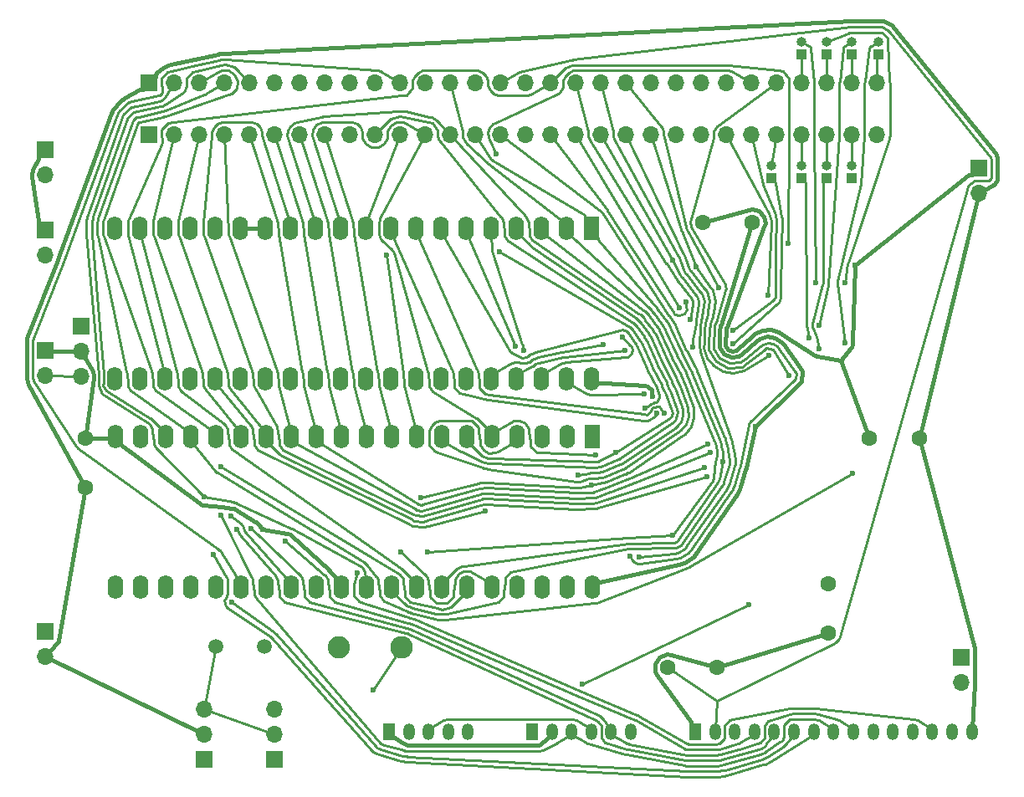
<source format=gbr>
G04 #@! TF.FileFunction,Copper,L2,Bot,Signal*
%FSLAX46Y46*%
G04 Gerber Fmt 4.6, Leading zero omitted, Abs format (unit mm)*
G04 Created by KiCad (PCBNEW 4.0.7) date 06/28/18 00:34:14*
%MOMM*%
%LPD*%
G01*
G04 APERTURE LIST*
%ADD10C,0.100000*%
%ADD11C,1.600000*%
%ADD12C,2.250000*%
%ADD13C,2.280000*%
%ADD14R,1.700000X1.700000*%
%ADD15O,1.700000X1.700000*%
%ADD16R,1.600000X2.400000*%
%ADD17O,1.600000X2.400000*%
%ADD18R,1.200000X1.700000*%
%ADD19O,1.200000X1.700000*%
%ADD20R,1.000000X1.000000*%
%ADD21O,1.000000X1.000000*%
%ADD22C,1.500000*%
%ADD23C,0.600000*%
%ADD24C,0.250000*%
%ADD25C,0.400000*%
G04 APERTURE END LIST*
D10*
D11*
X140081000Y-62484000D03*
X145081000Y-62484000D03*
D12*
X103251000Y-105537000D03*
D13*
X109626000Y-105537000D03*
D11*
X77597000Y-84328000D03*
X77597000Y-89328000D03*
X156972000Y-84328000D03*
X161972000Y-84328000D03*
X152781000Y-99060000D03*
X152781000Y-104060000D03*
X136525000Y-107569000D03*
X141525000Y-107569000D03*
D14*
X84074000Y-53594000D03*
D15*
X86614000Y-53594000D03*
X89154000Y-53594000D03*
X91694000Y-53594000D03*
X94234000Y-53594000D03*
X96774000Y-53594000D03*
X99314000Y-53594000D03*
X101854000Y-53594000D03*
X104394000Y-53594000D03*
X106934000Y-53594000D03*
X109474000Y-53594000D03*
X112014000Y-53594000D03*
X114554000Y-53594000D03*
X117094000Y-53594000D03*
X119634000Y-53594000D03*
X122174000Y-53594000D03*
X124714000Y-53594000D03*
X127254000Y-53594000D03*
X129794000Y-53594000D03*
X132334000Y-53594000D03*
X134874000Y-53594000D03*
X137414000Y-53594000D03*
X139954000Y-53594000D03*
X142494000Y-53594000D03*
X145034000Y-53594000D03*
X147574000Y-53594000D03*
X150114000Y-53594000D03*
X152654000Y-53594000D03*
X155194000Y-53594000D03*
X157734000Y-53594000D03*
D14*
X84074000Y-48387000D03*
D15*
X86614000Y-48387000D03*
X89154000Y-48387000D03*
X91694000Y-48387000D03*
X94234000Y-48387000D03*
X96774000Y-48387000D03*
X99314000Y-48387000D03*
X101854000Y-48387000D03*
X104394000Y-48387000D03*
X106934000Y-48387000D03*
X109474000Y-48387000D03*
X112014000Y-48387000D03*
X114554000Y-48387000D03*
X117094000Y-48387000D03*
X119634000Y-48387000D03*
X122174000Y-48387000D03*
X124714000Y-48387000D03*
X127254000Y-48387000D03*
X129794000Y-48387000D03*
X132334000Y-48387000D03*
X134874000Y-48387000D03*
X137414000Y-48387000D03*
X139954000Y-48387000D03*
X142494000Y-48387000D03*
X145034000Y-48387000D03*
X147574000Y-48387000D03*
X150114000Y-48387000D03*
X152654000Y-48387000D03*
X155194000Y-48387000D03*
X157734000Y-48387000D03*
D16*
X128905000Y-84201000D03*
D17*
X80645000Y-99441000D03*
X126365000Y-84201000D03*
X83185000Y-99441000D03*
X123825000Y-84201000D03*
X85725000Y-99441000D03*
X121285000Y-84201000D03*
X88265000Y-99441000D03*
X118745000Y-84201000D03*
X90805000Y-99441000D03*
X116205000Y-84201000D03*
X93345000Y-99441000D03*
X113665000Y-84201000D03*
X95885000Y-99441000D03*
X111125000Y-84201000D03*
X98425000Y-99441000D03*
X108585000Y-84201000D03*
X100965000Y-99441000D03*
X106045000Y-84201000D03*
X103505000Y-99441000D03*
X103505000Y-84201000D03*
X106045000Y-99441000D03*
X100965000Y-84201000D03*
X108585000Y-99441000D03*
X98425000Y-84201000D03*
X111125000Y-99441000D03*
X95885000Y-84201000D03*
X113665000Y-99441000D03*
X93345000Y-84201000D03*
X116205000Y-99441000D03*
X90805000Y-84201000D03*
X118745000Y-99441000D03*
X88265000Y-84201000D03*
X121285000Y-99441000D03*
X85725000Y-84201000D03*
X123825000Y-99441000D03*
X83185000Y-84201000D03*
X126365000Y-99441000D03*
X80645000Y-84201000D03*
X128905000Y-99441000D03*
D18*
X108331000Y-114046000D03*
D19*
X110331000Y-114046000D03*
X112331000Y-114046000D03*
X114331000Y-114046000D03*
X116331000Y-114046000D03*
D16*
X128842000Y-63055500D03*
D17*
X80582000Y-78295500D03*
X126302000Y-63055500D03*
X83122000Y-78295500D03*
X123762000Y-63055500D03*
X85662000Y-78295500D03*
X121222000Y-63055500D03*
X88202000Y-78295500D03*
X118682000Y-63055500D03*
X90742000Y-78295500D03*
X116142000Y-63055500D03*
X93282000Y-78295500D03*
X113602000Y-63055500D03*
X95822000Y-78295500D03*
X111062000Y-63055500D03*
X98362000Y-78295500D03*
X108522000Y-63055500D03*
X100902000Y-78295500D03*
X105982000Y-63055500D03*
X103442000Y-78295500D03*
X103442000Y-63055500D03*
X105982000Y-78295500D03*
X100902000Y-63055500D03*
X108522000Y-78295500D03*
X98362000Y-63055500D03*
X111062000Y-78295500D03*
X95822000Y-63055500D03*
X113602000Y-78295500D03*
X93282000Y-63055500D03*
X116142000Y-78295500D03*
X90742000Y-63055500D03*
X118682000Y-78295500D03*
X88202000Y-63055500D03*
X121222000Y-78295500D03*
X85662000Y-63055500D03*
X123762000Y-78295500D03*
X83122000Y-63055500D03*
X126302000Y-78295500D03*
X80582000Y-63055500D03*
X128842000Y-78295500D03*
D18*
X122809000Y-114046000D03*
D19*
X124809000Y-114046000D03*
X126809000Y-114046000D03*
X128809000Y-114046000D03*
X130809000Y-114046000D03*
X132809000Y-114046000D03*
D14*
X73533000Y-103886000D03*
D15*
X73533000Y-106426000D03*
D14*
X73533000Y-63246000D03*
D15*
X73533000Y-65786000D03*
D14*
X73533000Y-75438000D03*
D15*
X73533000Y-77978000D03*
D18*
X139319000Y-114046000D03*
D19*
X141319000Y-114046000D03*
X143319000Y-114046000D03*
X145319000Y-114046000D03*
X147319000Y-114046000D03*
X149319000Y-114046000D03*
X151319000Y-114046000D03*
X153319000Y-114046000D03*
X155319000Y-114046000D03*
X157319000Y-114046000D03*
X159319000Y-114046000D03*
X161319000Y-114046000D03*
X163319000Y-114046000D03*
X165319000Y-114046000D03*
X167319000Y-114046000D03*
D14*
X73533000Y-55118000D03*
D15*
X73533000Y-57658000D03*
D14*
X168021000Y-57023000D03*
D15*
X168021000Y-59563000D03*
D20*
X147066000Y-58039000D03*
D21*
X147066000Y-56769000D03*
D20*
X150114000Y-58039000D03*
D21*
X150114000Y-56769000D03*
D20*
X150114000Y-45466000D03*
D21*
X150114000Y-44196000D03*
D20*
X152654000Y-58039000D03*
D21*
X152654000Y-56769000D03*
D20*
X152654000Y-45466000D03*
D21*
X152654000Y-44196000D03*
D20*
X155194000Y-58039000D03*
D21*
X155194000Y-56769000D03*
D20*
X155194000Y-45466000D03*
D21*
X155194000Y-44196000D03*
D20*
X157861000Y-45466000D03*
D21*
X157861000Y-44196000D03*
D14*
X89662000Y-116840000D03*
D15*
X89662000Y-114300000D03*
X89662000Y-111760000D03*
D14*
X96774000Y-116840000D03*
D15*
X96774000Y-114300000D03*
X96774000Y-111760000D03*
D14*
X77152000Y-72961000D03*
D15*
X77152000Y-75501000D03*
X77152000Y-78041000D03*
D14*
X166243000Y-106553000D03*
D15*
X166243000Y-109093000D03*
D22*
X90805000Y-105410000D03*
X95685000Y-105410000D03*
D23*
X155473600Y-66787900D03*
X95523900Y-93568400D03*
X145440000Y-83146900D03*
X135035700Y-80117800D03*
X106727600Y-109816300D03*
X138356400Y-70581900D03*
X140293900Y-87332100D03*
X141708300Y-69135900D03*
X137008100Y-66292500D03*
X139091100Y-75121700D03*
X146737700Y-75994400D03*
X139441400Y-66987700D03*
X148788500Y-77960100D03*
X146702700Y-69855500D03*
X143152800Y-73459200D03*
X143147100Y-74748000D03*
X131926900Y-74117800D03*
X150874300Y-74182000D03*
X132214300Y-75428200D03*
X151851200Y-75284900D03*
X130011700Y-74885900D03*
X154479200Y-74676000D03*
X151883700Y-72917300D03*
X154457900Y-68563700D03*
X151511300Y-68593700D03*
X138793400Y-72328800D03*
X137712900Y-71168800D03*
X148750700Y-64619500D03*
X140492000Y-88210100D03*
X140837300Y-85811600D03*
X140618600Y-84938500D03*
X108120200Y-65766600D03*
X131281300Y-85811300D03*
X119515000Y-65424800D03*
X129280600Y-86001100D03*
X142104500Y-86745200D03*
X89660100Y-90302000D03*
X155211900Y-87913100D03*
X135407400Y-81788400D03*
X136231500Y-81780500D03*
X134251800Y-81309800D03*
X121132600Y-75056200D03*
X121943800Y-75446200D03*
X127432000Y-88046400D03*
X128808400Y-89124300D03*
X111556700Y-90377900D03*
X92362200Y-92222300D03*
X137008100Y-94172800D03*
X112236900Y-95867100D03*
X133612900Y-96329400D03*
X91313000Y-87217000D03*
X109557200Y-95867100D03*
X118098800Y-91734600D03*
X132701100Y-96268800D03*
X119171500Y-55600200D03*
X134159400Y-79852000D03*
X127903700Y-109237800D03*
X144718900Y-101185900D03*
X91345300Y-92104600D03*
X94398800Y-93466900D03*
X97863300Y-94781800D03*
X92895500Y-93570900D03*
X92437800Y-100907500D03*
X90588000Y-96117000D03*
X105137800Y-97974600D03*
D24*
X96774000Y-114300000D02*
X89662000Y-111760000D01*
X89662000Y-111760000D02*
X90805000Y-105410000D01*
D25*
X97998700Y-93993200D02*
X95523900Y-93568400D01*
X98112000Y-94012700D02*
X97998700Y-93993200D01*
X98318400Y-94113800D02*
X98112000Y-94012700D01*
X98403200Y-94191300D02*
X98318400Y-94113800D01*
X102213600Y-97675600D02*
X98403200Y-94191300D01*
X102239300Y-97699100D02*
X102213600Y-97675600D01*
X102288800Y-97748000D02*
X102239300Y-97699100D01*
X102312700Y-97773400D02*
X102288800Y-97748000D01*
X103505000Y-99041000D02*
X102312700Y-97773400D01*
X103505000Y-99441000D02*
X103505000Y-99041000D01*
X155279100Y-74695700D02*
X155473600Y-66787900D01*
X155275700Y-74830100D02*
X155279100Y-74695700D01*
X155181600Y-75082000D02*
X155275700Y-74830100D01*
X155096000Y-75185600D02*
X155181600Y-75082000D01*
X154038800Y-76465400D02*
X155096000Y-75185600D01*
X80645000Y-84328000D02*
X80645000Y-84201000D01*
X77597000Y-84328000D02*
X80645000Y-84328000D01*
X78251900Y-77406000D02*
X77152000Y-75501000D01*
X78356900Y-77588000D02*
X78251900Y-77406000D01*
X78438600Y-78000100D02*
X78356900Y-77588000D01*
X78410900Y-78208400D02*
X78438600Y-78000100D01*
X77597000Y-84328000D02*
X78410900Y-78208400D01*
X74383000Y-75501000D02*
X77152000Y-75501000D01*
X74183000Y-75501000D02*
X74383000Y-75501000D01*
X73533000Y-75438000D02*
X74183000Y-75501000D01*
X108731000Y-114696000D02*
X108331000Y-114046000D01*
X108931000Y-114696000D02*
X108731000Y-114696000D01*
X108962200Y-114696000D02*
X108931000Y-114696000D01*
X109021500Y-114714900D02*
X108962200Y-114696000D01*
X109046900Y-114733000D02*
X109021500Y-114714900D01*
X109693700Y-115192700D02*
X109046900Y-114733000D01*
X110159700Y-115396100D02*
X110331000Y-115396100D01*
X109833300Y-115291900D02*
X110159700Y-115396100D01*
X109693700Y-115192700D02*
X109833300Y-115291900D01*
X123409000Y-115396100D02*
X110331000Y-115396100D01*
X123676900Y-115328500D02*
X123746000Y-115265500D01*
X123502500Y-115396100D02*
X123676900Y-115328500D01*
X123409000Y-115396100D02*
X123502500Y-115396100D01*
X124809000Y-114296000D02*
X123746000Y-115265500D01*
X124809000Y-114046000D02*
X124809000Y-114296000D01*
X95822000Y-63055500D02*
X93282000Y-63055500D01*
X72883000Y-62596000D02*
X73533000Y-63246000D01*
X72883000Y-62396000D02*
X72883000Y-62596000D01*
X72881900Y-62373400D02*
X72880700Y-62366000D01*
X72883000Y-62388500D02*
X72881900Y-62373400D01*
X72883000Y-62396000D02*
X72883000Y-62388500D01*
X72198100Y-57860200D02*
X72880700Y-62366000D01*
X72165300Y-57643200D02*
X72198100Y-57860200D01*
X72240400Y-57210600D02*
X72165300Y-57643200D01*
X72344600Y-57017400D02*
X72240400Y-57210600D01*
X72859100Y-56062900D02*
X72344600Y-57017400D01*
X72883000Y-55992800D02*
X72883000Y-55968000D01*
X72870900Y-56041000D02*
X72883000Y-55992800D01*
X72859100Y-56062900D02*
X72870900Y-56041000D01*
X72883000Y-55768000D02*
X72883000Y-55968000D01*
X73533000Y-55118000D02*
X72883000Y-55768000D01*
X167047600Y-57715600D02*
X155473600Y-66787900D01*
X167074000Y-57694900D02*
X167047600Y-57715600D01*
X167137400Y-57673000D02*
X167074000Y-57694900D01*
X167171000Y-57673000D02*
X167137400Y-57673000D01*
X167371000Y-57673000D02*
X167171000Y-57673000D01*
X168021000Y-57023000D02*
X167371000Y-57673000D01*
X156972000Y-84328000D02*
X154038800Y-76465400D01*
X136863100Y-106313600D02*
X141525000Y-107569000D01*
X135228500Y-107992500D02*
X135469000Y-108327300D01*
X135221400Y-107167900D02*
X135228500Y-107992500D01*
X135690700Y-106490000D02*
X135221400Y-107167900D01*
X136465000Y-106206400D02*
X135690700Y-106490000D01*
X136863100Y-106313600D02*
X136465000Y-106206400D01*
X138881500Y-113079300D02*
X135469000Y-108327300D01*
X138899800Y-113104800D02*
X138881500Y-113079300D01*
X138919000Y-113164600D02*
X138899800Y-113104800D01*
X138919000Y-113196000D02*
X138919000Y-113164600D01*
X138919000Y-113396000D02*
X138919000Y-113196000D01*
X139319000Y-114046000D02*
X138919000Y-113396000D01*
X141525000Y-107569000D02*
X152781000Y-104060000D01*
X151718100Y-76073800D02*
X154038800Y-76465400D01*
X151636100Y-76060000D02*
X151718100Y-76073800D01*
X151481400Y-75999200D02*
X151636100Y-76060000D01*
X151411900Y-75953600D02*
X151481400Y-75999200D01*
X148165400Y-73821000D02*
X151411900Y-75953600D01*
X145306700Y-73780400D02*
X144986500Y-74072000D01*
X146101300Y-73436200D02*
X145306700Y-73780400D01*
X146964600Y-73368000D02*
X146101300Y-73436200D01*
X147803500Y-73583300D02*
X146964600Y-73368000D01*
X148165400Y-73821000D02*
X147803500Y-73583300D01*
X143644800Y-75294300D02*
X144986500Y-74072000D01*
X143481800Y-75442800D02*
X143644800Y-75294300D01*
X143046300Y-75512600D02*
X143481800Y-75442800D01*
X142643800Y-75332400D02*
X143046300Y-75512600D01*
X142405900Y-74961000D02*
X142643800Y-75332400D01*
X142408100Y-74740500D02*
X142405900Y-74961000D01*
X142421100Y-73451800D02*
X142408100Y-74740500D01*
X142421800Y-73380900D02*
X142421100Y-73451800D01*
X142450500Y-73241900D02*
X142421800Y-73380900D01*
X142477900Y-73176500D02*
X142450500Y-73241900D01*
X142482100Y-73166500D02*
X142477900Y-73176500D01*
X142482100Y-73166500D02*
X142506900Y-73106300D01*
X142801100Y-72378300D02*
X142506900Y-73106300D01*
X142801100Y-72378300D02*
X142852000Y-72246700D01*
X146300200Y-62935500D02*
X142852000Y-72246700D01*
X145095200Y-61133700D02*
X144742900Y-61228600D01*
X145795600Y-61338200D02*
X145095200Y-61133700D01*
X146287300Y-61877200D02*
X145795600Y-61338200D01*
X146426900Y-62593400D02*
X146287300Y-61877200D01*
X146300200Y-62935500D02*
X146426900Y-62593400D01*
X140081000Y-62484000D02*
X144742900Y-61228600D01*
X95013900Y-92955300D02*
X95523900Y-93568400D01*
X94872200Y-92818600D02*
X94816000Y-92784200D01*
X94971800Y-92904700D02*
X94872200Y-92818600D01*
X95013900Y-92955300D02*
X94971800Y-92904700D01*
X92779400Y-91539600D02*
X94816000Y-92784200D01*
X92540600Y-91437500D02*
X92454200Y-91427500D01*
X92705200Y-91494200D02*
X92540600Y-91437500D01*
X92779400Y-91539600D02*
X92705200Y-91494200D01*
X91437300Y-91309800D02*
X92454200Y-91427500D01*
X91435900Y-91309600D02*
X91437300Y-91309800D01*
X89569500Y-91097000D02*
X91435900Y-91309600D01*
X89464500Y-91085000D02*
X89569500Y-91097000D01*
X89267800Y-91007300D02*
X89464500Y-91085000D01*
X89182900Y-90944200D02*
X89267800Y-91007300D01*
X80645000Y-84601000D02*
X89182900Y-90944200D01*
X80645000Y-84201000D02*
X80645000Y-84601000D01*
X144493400Y-87290900D02*
X145440000Y-83146900D01*
X144482500Y-87338300D02*
X144493400Y-87290900D01*
X144457100Y-87432100D02*
X144482500Y-87338300D01*
X144442600Y-87478500D02*
X144457100Y-87432100D01*
X143879900Y-89272700D02*
X144442600Y-87478500D01*
X143798800Y-89531200D02*
X143879900Y-89272700D01*
X143560100Y-90017500D02*
X143798800Y-89531200D01*
X143405200Y-90239800D02*
X143560100Y-90017500D01*
X139470000Y-95888100D02*
X143405200Y-90239800D01*
X139147100Y-96351500D02*
X139470000Y-95888100D01*
X138208500Y-96980100D02*
X139147100Y-96351500D01*
X137657000Y-97102300D02*
X138208500Y-96980100D01*
X128905000Y-99041000D02*
X137657000Y-97102300D01*
X128905000Y-99441000D02*
X128905000Y-99041000D01*
X169389400Y-58786300D02*
X168021000Y-59563000D01*
X169921200Y-58156500D02*
X169921200Y-57873000D01*
X169635900Y-58646400D02*
X169921200Y-58156500D01*
X169389400Y-58786300D02*
X169635900Y-58646400D01*
X169921200Y-56173000D02*
X169921200Y-57873000D01*
X169801400Y-55653700D02*
X169688400Y-55513700D01*
X169921200Y-55993100D02*
X169801400Y-55653700D01*
X169921200Y-56173000D02*
X169921200Y-55993100D01*
X159495800Y-42877400D02*
X169688400Y-55513700D01*
X158337300Y-42095700D02*
X157861000Y-42095700D01*
X159196800Y-42506700D02*
X158337300Y-42095700D01*
X159495800Y-42877400D02*
X159196800Y-42506700D01*
X155194000Y-42095700D02*
X157861000Y-42095700D01*
X155194000Y-42095700D02*
X155085300Y-42098500D01*
X91538800Y-45390600D02*
X155085300Y-42098500D01*
X91166200Y-45430700D02*
X91044200Y-45457800D01*
X91414000Y-45397100D02*
X91166200Y-45430700D01*
X91538800Y-45390600D02*
X91414000Y-45397100D01*
X86202500Y-46531900D02*
X91044200Y-45457800D01*
X85626800Y-46750300D02*
X85462600Y-46875300D01*
X86001100Y-46576600D02*
X85626800Y-46750300D01*
X86202500Y-46531900D02*
X86001100Y-46576600D01*
X84802800Y-47377900D02*
X85462600Y-46875300D01*
X84724000Y-47490200D02*
X84724000Y-47537000D01*
X84765600Y-47406300D02*
X84724000Y-47490200D01*
X84802800Y-47377900D02*
X84765600Y-47406300D01*
X84724000Y-47737000D02*
X84724000Y-47537000D01*
X84074000Y-48387000D02*
X84724000Y-47737000D01*
X83424000Y-49037000D02*
X84074000Y-48387000D01*
X83224000Y-49037000D02*
X83424000Y-49037000D01*
X83147900Y-49050200D02*
X83125300Y-49063000D01*
X83198100Y-49037000D02*
X83147900Y-49050200D01*
X83224000Y-49037000D02*
X83198100Y-49037000D01*
X81620500Y-49916400D02*
X83125300Y-49063000D01*
X80371600Y-51081500D02*
X80172700Y-51623400D01*
X81118400Y-50201100D02*
X80371600Y-51081500D01*
X81620500Y-49916400D02*
X81118400Y-50201100D01*
X74800300Y-66251400D02*
X80172700Y-51623400D01*
X74791200Y-66275700D02*
X74800300Y-66251400D01*
X71704300Y-74207100D02*
X74791200Y-66275700D01*
X71632800Y-74490300D02*
X71632800Y-74588000D01*
X71668900Y-74298200D02*
X71632800Y-74490300D01*
X71704300Y-74207100D02*
X71668900Y-74298200D01*
X71632800Y-77978000D02*
X71632800Y-74588000D01*
X71751900Y-78682300D02*
X71867400Y-78892500D01*
X71632800Y-78217800D02*
X71751900Y-78682300D01*
X71632800Y-77978000D02*
X71632800Y-78217800D01*
X77597000Y-89328000D02*
X71867400Y-78892500D01*
X89662000Y-114300000D02*
X73533000Y-106426000D01*
X168021000Y-59563000D02*
X161972000Y-84328000D01*
X74754500Y-105070800D02*
X73533000Y-106426000D01*
X74863400Y-104891900D02*
X74875600Y-104822500D01*
X74801700Y-105018500D02*
X74863400Y-104891900D01*
X74754500Y-105070800D02*
X74801700Y-105018500D01*
X77597000Y-89328000D02*
X74875600Y-104822500D01*
X167576600Y-105575400D02*
X161972000Y-84328000D01*
X167584800Y-105606600D02*
X167576600Y-105575400D01*
X167593100Y-105670700D02*
X167584800Y-105606600D01*
X167593100Y-105703000D02*
X167593100Y-105670700D01*
X167593100Y-109093000D02*
X167593100Y-105703000D01*
X167590800Y-109172200D02*
X167593100Y-109093000D01*
X167319000Y-113796000D02*
X167590800Y-109172200D01*
X167319000Y-114046000D02*
X167319000Y-113796000D01*
X149735200Y-78922800D02*
X145440000Y-83146900D01*
X150178100Y-77589900D02*
X149893900Y-77184700D01*
X150088100Y-78575800D02*
X150178100Y-77589900D01*
X149735200Y-78922800D02*
X150088100Y-78575800D01*
X148293400Y-74903100D02*
X149893900Y-77184700D01*
X145809900Y-74288100D02*
X145504500Y-74548600D01*
X146579100Y-74058700D02*
X145809900Y-74288100D01*
X147375500Y-74159900D02*
X146579100Y-74058700D01*
X148062900Y-74574500D02*
X147375500Y-74159900D01*
X148293400Y-74903100D02*
X148062900Y-74574500D01*
X144041400Y-75796500D02*
X145504500Y-74548600D01*
X143732400Y-76060000D02*
X144041400Y-75796500D01*
X142927300Y-76167800D02*
X143732400Y-76060000D01*
X142192400Y-75821600D02*
X142927300Y-76167800D01*
X141762800Y-75132300D02*
X142192400Y-75821600D01*
X141769200Y-74726200D02*
X141762800Y-75132300D01*
X141789600Y-73437600D02*
X141769200Y-74726200D01*
X141791700Y-73307400D02*
X141789600Y-73437600D01*
X141845000Y-73052600D02*
X141791700Y-73307400D01*
X141895300Y-72932500D02*
X141845000Y-73052600D01*
X141899500Y-72922400D02*
X141895300Y-72932500D01*
X142007000Y-72643100D02*
X142037300Y-72548000D01*
X141938100Y-72830400D02*
X142007000Y-72643100D01*
X141899500Y-72922400D02*
X141938100Y-72830400D01*
X142994700Y-69546200D02*
X142037300Y-72548000D01*
X142994700Y-69546200D02*
X143003200Y-69518400D01*
X145081000Y-62484000D02*
X143003200Y-69518400D01*
X134941300Y-79682500D02*
X135035700Y-80117800D01*
X134479500Y-79071500D02*
X134212600Y-79053700D01*
X134884600Y-79421000D02*
X134479500Y-79071500D01*
X134941300Y-79682500D02*
X134884600Y-79421000D01*
X128842000Y-78695500D02*
X134212600Y-79053700D01*
X128842000Y-78295500D02*
X128842000Y-78695500D01*
D24*
X109626000Y-105537000D02*
X106727600Y-109816300D01*
X130424600Y-61273600D02*
X124714000Y-53594000D01*
X130460000Y-61324600D02*
X130424600Y-61273600D01*
X137104700Y-71563500D02*
X130460000Y-61324600D01*
X138468400Y-71312100D02*
X138429600Y-71058800D01*
X138210500Y-71755100D02*
X138468400Y-71312100D01*
X137731500Y-71937600D02*
X138210500Y-71755100D01*
X137244200Y-71778500D02*
X137731500Y-71937600D01*
X137104700Y-71563500D02*
X137244200Y-71778500D01*
X138356400Y-70581900D02*
X138429600Y-71058800D01*
X98362000Y-62655500D02*
X98362000Y-63055500D01*
X95565300Y-53983800D02*
X98362000Y-62655500D01*
X95534800Y-53889300D02*
X95565300Y-53983800D01*
X95504000Y-53693300D02*
X95534800Y-53889300D01*
X95504000Y-53594000D02*
X95504000Y-53693300D01*
X94486600Y-52324000D02*
X94234000Y-52324000D01*
X94953400Y-52517300D02*
X94486600Y-52324000D01*
X95310700Y-52874600D02*
X94953400Y-52517300D01*
X95504000Y-53341400D02*
X95310700Y-52874600D01*
X95504000Y-53594000D02*
X95504000Y-53341400D01*
X91694000Y-52324000D02*
X94234000Y-52324000D01*
X90424000Y-53341400D02*
X90424000Y-53594000D01*
X90617300Y-52874600D02*
X90424000Y-53341400D01*
X90974600Y-52517300D02*
X90617300Y-52874600D01*
X91441400Y-52324000D02*
X90974600Y-52517300D01*
X91694000Y-52324000D02*
X91441400Y-52324000D01*
X90424000Y-53626100D02*
X90424000Y-53594000D01*
X90420700Y-53690300D02*
X90424000Y-53626100D01*
X90417500Y-53722300D02*
X90420700Y-53690300D01*
X89523200Y-62531800D02*
X90417500Y-53722300D01*
X89516900Y-62624500D02*
X89516900Y-62655500D01*
X89520100Y-62562600D02*
X89516900Y-62624500D01*
X89523200Y-62531800D02*
X89520100Y-62562600D01*
X89516900Y-63455500D02*
X89516900Y-62655500D01*
X89552600Y-63767500D02*
X89587900Y-63866400D01*
X89516900Y-63560500D02*
X89552600Y-63767500D01*
X89516900Y-63455500D02*
X89516900Y-63560500D01*
X94436100Y-77484600D02*
X89587900Y-63866400D01*
X94461300Y-77555300D02*
X94436100Y-77484600D01*
X94494000Y-77701700D02*
X94461300Y-77555300D01*
X94501300Y-77776400D02*
X94494000Y-77701700D01*
X94602700Y-78814600D02*
X94501300Y-77776400D01*
X94691800Y-79185300D02*
X94754500Y-79296600D01*
X94615100Y-78941700D02*
X94691800Y-79185300D01*
X94602700Y-78814600D02*
X94615100Y-78941700D01*
X96952500Y-83199900D02*
X94754500Y-79296600D01*
X97015200Y-83311200D02*
X96952500Y-83199900D01*
X97091900Y-83554800D02*
X97015200Y-83311200D01*
X97104300Y-83681900D02*
X97091900Y-83554800D01*
X97205700Y-84720100D02*
X97104300Y-83681900D01*
X97599400Y-85560500D02*
X97885200Y-85700800D01*
X97236700Y-85037000D02*
X97599400Y-85560500D01*
X97205700Y-84720100D02*
X97236700Y-85037000D01*
X110752400Y-92016500D02*
X97885200Y-85700800D01*
X111731900Y-92226200D02*
X112057800Y-92133100D01*
X111056700Y-92165900D02*
X111731900Y-92226200D01*
X110752400Y-92016500D02*
X111056700Y-92165900D01*
X117748700Y-90508400D02*
X112057800Y-92133100D01*
X117851200Y-90479200D02*
X117748700Y-90508400D01*
X118063100Y-90455500D02*
X117851200Y-90479200D01*
X118169600Y-90461400D02*
X118063100Y-90455500D01*
X127269600Y-90967400D02*
X118169600Y-90461400D01*
X127427200Y-90972400D02*
X127479700Y-90971500D01*
X127322100Y-90970300D02*
X127427200Y-90972400D01*
X127269600Y-90967400D02*
X127322100Y-90970300D01*
X128838200Y-90949400D02*
X127479700Y-90971500D01*
X129240700Y-90902900D02*
X129369500Y-90861200D01*
X128973600Y-90947200D02*
X129240700Y-90902900D01*
X128838200Y-90949400D02*
X128973600Y-90947200D01*
X140293900Y-87332100D02*
X129369500Y-90861200D01*
X141516900Y-110929700D02*
X136525000Y-107569000D01*
X153319000Y-105160600D02*
X141516900Y-110929700D01*
X153888100Y-104645800D02*
X153959400Y-104394900D01*
X153553400Y-105046000D02*
X153888100Y-104645800D01*
X153319000Y-105160600D02*
X153553400Y-105046000D01*
X166799400Y-59215800D02*
X153959400Y-104394900D01*
X166916500Y-58803500D02*
X166799400Y-59215800D01*
X167602500Y-58289600D02*
X166916500Y-58803500D01*
X168031100Y-58293000D02*
X167602500Y-58289600D01*
X168667600Y-58298100D02*
X168031100Y-58293000D01*
X168671000Y-58298100D02*
X168667600Y-58298100D01*
X168871000Y-58298100D02*
X168671000Y-58298100D01*
X169296100Y-58049100D02*
X169296100Y-57873000D01*
X169047100Y-58298100D02*
X169296100Y-58049100D01*
X168871000Y-58298100D02*
X169047100Y-58298100D01*
X169296100Y-56173000D02*
X169296100Y-57873000D01*
X169247600Y-55962800D02*
X169201900Y-55906100D01*
X169296100Y-56100200D02*
X169247600Y-55962800D01*
X169296100Y-56173000D02*
X169296100Y-56100200D01*
X159009200Y-43269800D02*
X169201900Y-55906100D01*
X158195500Y-42720800D02*
X157861000Y-42720800D01*
X158799200Y-43009400D02*
X158195500Y-42720800D01*
X159009200Y-43269800D02*
X158799200Y-43009400D01*
X155194000Y-42720800D02*
X157861000Y-42720800D01*
X155074100Y-42725100D02*
X155034300Y-42729500D01*
X155154000Y-42720800D02*
X155074100Y-42725100D01*
X155194000Y-42720800D02*
X155154000Y-42720800D01*
X150013800Y-43276300D02*
X155034300Y-42729500D01*
X150004300Y-43277400D02*
X150013800Y-43276300D01*
X126972300Y-46028500D02*
X150004300Y-43277400D01*
X126797200Y-46055300D02*
X126739600Y-46068100D01*
X126913700Y-46035500D02*
X126797200Y-46055300D01*
X126972300Y-46028500D02*
X126913700Y-46035500D01*
X121897800Y-47142200D02*
X126739600Y-46068100D01*
X121618900Y-47234900D02*
X121533900Y-47284200D01*
X121801900Y-47163500D02*
X121618900Y-47234900D01*
X121897800Y-47142200D02*
X121801900Y-47163500D01*
X119634000Y-48387000D02*
X121533900Y-47284200D01*
X141319000Y-113796000D02*
X141516900Y-110929700D01*
X141319000Y-114046000D02*
X141319000Y-113796000D01*
X135865600Y-52800500D02*
X132334000Y-48387000D01*
X136000800Y-52969400D02*
X135865600Y-52800500D01*
X136144000Y-53377700D02*
X136000800Y-52969400D01*
X136144000Y-53594000D02*
X136144000Y-53377700D01*
X136161800Y-53819000D02*
X136179500Y-53892200D01*
X136144000Y-53669300D02*
X136161800Y-53819000D01*
X136144000Y-53594000D02*
X136144000Y-53669300D01*
X138355400Y-62900800D02*
X136179500Y-53892200D01*
X138468200Y-63235100D02*
X138524900Y-63338400D01*
X138383100Y-63015300D02*
X138468200Y-63235100D01*
X138355400Y-62900800D02*
X138383100Y-63015300D01*
X141708300Y-69135900D02*
X138524900Y-63338400D01*
X129794000Y-53594000D02*
X137008100Y-66292500D01*
X137828200Y-67841700D02*
X137008100Y-66292500D01*
X137964800Y-68064300D02*
X138019500Y-68132200D01*
X137869000Y-67918700D02*
X137964800Y-68064300D01*
X137828200Y-67841700D02*
X137869000Y-67918700D01*
X139348500Y-69783400D02*
X138019500Y-68132200D01*
X139506700Y-69979900D02*
X139348500Y-69783400D01*
X139649300Y-70463800D02*
X139506700Y-69979900D01*
X139623000Y-70714700D02*
X139649300Y-70463800D01*
X139446500Y-72397300D02*
X139623000Y-70714700D01*
X139444000Y-72421700D02*
X139446500Y-72397300D01*
X139435200Y-72469900D02*
X139444000Y-72421700D01*
X139429100Y-72493600D02*
X139435200Y-72469900D01*
X139429000Y-72493600D02*
X139429100Y-72493600D01*
X139381200Y-72698100D02*
X139368700Y-72767000D01*
X139411400Y-72561400D02*
X139381200Y-72698100D01*
X139429000Y-72493600D02*
X139411400Y-72561400D01*
X139140400Y-74015100D02*
X139368700Y-72767000D01*
X139065600Y-74844700D02*
X139091100Y-75121700D01*
X139090300Y-74288800D02*
X139065600Y-74844700D01*
X139140400Y-74015100D02*
X139090300Y-74288800D01*
X138158000Y-65741200D02*
X132334000Y-53594000D01*
X138191900Y-65818300D02*
X138158000Y-65741200D01*
X138768300Y-67257300D02*
X138191900Y-65818300D01*
X138842500Y-67400000D02*
X138876200Y-67441900D01*
X138788300Y-67307200D02*
X138842500Y-67400000D01*
X138768300Y-67257300D02*
X138788300Y-67307200D01*
X140205400Y-69096100D02*
X138876200Y-67441900D01*
X140514200Y-69480400D02*
X140205400Y-69096100D01*
X140774400Y-70431300D02*
X140514200Y-69480400D01*
X140704300Y-70919200D02*
X140774400Y-70431300D01*
X140608700Y-71584800D02*
X140704300Y-70919200D01*
X140600800Y-71639000D02*
X140608700Y-71584800D01*
X140581200Y-71746700D02*
X140600800Y-71639000D01*
X140569400Y-71800200D02*
X140581200Y-71746700D01*
X140375300Y-72678500D02*
X140569400Y-71800200D01*
X140361600Y-72735400D02*
X140375300Y-72678500D01*
X140276100Y-73205300D02*
X140270900Y-73364600D01*
X140321600Y-72889700D02*
X140276100Y-73205300D01*
X140361600Y-72735400D02*
X140321600Y-72889700D01*
X140228600Y-74652200D02*
X140270900Y-73364600D01*
X144201500Y-77521700D02*
X144653600Y-77249500D01*
X143163900Y-77715300D02*
X144201500Y-77521700D01*
X142124100Y-77533500D02*
X143163900Y-77715300D01*
X141213800Y-76999200D02*
X142124100Y-77533500D01*
X140548100Y-76180000D02*
X141213800Y-76999200D01*
X140211300Y-75179700D02*
X140548100Y-76180000D01*
X140228600Y-74652200D02*
X140211300Y-75179700D01*
X146737700Y-75994400D02*
X144653600Y-77249500D01*
X140770000Y-68936300D02*
X139441400Y-66987700D01*
X141077900Y-69387800D02*
X140770000Y-68936300D01*
X141325500Y-70452400D02*
X141077900Y-69387800D01*
X141248500Y-70993400D02*
X141325500Y-70452400D01*
X141153800Y-71658400D02*
X141248500Y-70993400D01*
X141133600Y-71800500D02*
X141153800Y-71658400D01*
X141069900Y-72080400D02*
X141133600Y-71800500D01*
X141026600Y-72217200D02*
X141069900Y-72080400D01*
X140862900Y-72734700D02*
X141026600Y-72217200D01*
X140756500Y-73226100D02*
X140751900Y-73394000D01*
X140812200Y-72894800D02*
X140756500Y-73226100D01*
X140862900Y-72734700D02*
X140812200Y-72894800D01*
X140716900Y-74682000D02*
X140751900Y-73394000D01*
X144050800Y-77111000D02*
X144610100Y-76689600D01*
X142655300Y-77229700D02*
X144050800Y-77111000D01*
X141410500Y-76587800D02*
X142655300Y-77229700D01*
X140697900Y-75382000D02*
X141410500Y-76587800D01*
X140716900Y-74682000D02*
X140697900Y-75382000D01*
X146301400Y-75415300D02*
X144610100Y-76689600D01*
X146557900Y-75222000D02*
X146301400Y-75415300D01*
X147188900Y-75342200D02*
X146557900Y-75222000D01*
X147356400Y-75616300D02*
X147188900Y-75342200D01*
X148788500Y-77960100D02*
X147356400Y-75616300D01*
X137935200Y-63379800D02*
X139441400Y-66987700D01*
X137914300Y-63329700D02*
X137935200Y-63379800D01*
X137877200Y-63227800D02*
X137914300Y-63329700D01*
X137861100Y-63176000D02*
X137877200Y-63227800D01*
X134874000Y-53594000D02*
X137861100Y-63176000D01*
X147004600Y-62563600D02*
X146702700Y-69855500D01*
X146899600Y-61801300D02*
X146777300Y-61573500D01*
X147015300Y-62305300D02*
X146899600Y-61801300D01*
X147004600Y-62563600D02*
X147015300Y-62305300D01*
X142494000Y-53594000D02*
X146777300Y-61573500D01*
X147141000Y-70433100D02*
X143152800Y-73459200D01*
X147426200Y-70030400D02*
X147427800Y-69862100D01*
X147275100Y-70331300D02*
X147426200Y-70030400D01*
X147141000Y-70433100D02*
X147275100Y-70331300D01*
X147475600Y-64607900D02*
X147427800Y-69862100D01*
X147476500Y-64569600D02*
X147475600Y-64607900D01*
X147554400Y-62580900D02*
X147476500Y-64569600D01*
X147467700Y-61773500D02*
X147362000Y-61522800D01*
X147565100Y-62309000D02*
X147467700Y-61773500D01*
X147554400Y-62580900D02*
X147565100Y-62309000D01*
X146174300Y-58704100D02*
X147362000Y-61522800D01*
X146166800Y-58686400D02*
X146174300Y-58704100D01*
X146155200Y-58649800D02*
X146166800Y-58686400D01*
X146151000Y-58631000D02*
X146155200Y-58649800D01*
X145034000Y-53594000D02*
X146151000Y-58631000D01*
X132726200Y-74914700D02*
X131926900Y-74117800D01*
X132876100Y-75064100D02*
X132726200Y-74914700D01*
X132968000Y-75477200D02*
X132876100Y-75064100D01*
X132823300Y-75874900D02*
X132968000Y-75477200D01*
X132487400Y-76132400D02*
X132823300Y-75874900D01*
X132276600Y-76150600D02*
X132487400Y-76132400D01*
X126196700Y-76674900D02*
X132276600Y-76150600D01*
X125823400Y-76760400D02*
X125711100Y-76822300D01*
X126068900Y-76685900D02*
X125823400Y-76760400D01*
X126196700Y-76674900D02*
X126068900Y-76685900D01*
X123762000Y-77895500D02*
X125711100Y-76822300D01*
X123762000Y-78295500D02*
X123762000Y-77895500D01*
X147441000Y-58414000D02*
X147066000Y-58039000D01*
X147441000Y-58539000D02*
X147441000Y-58414000D01*
X147442000Y-58555900D02*
X147443000Y-58561400D01*
X147441000Y-58544600D02*
X147442000Y-58555900D01*
X147441000Y-58539000D02*
X147441000Y-58544600D01*
X148057600Y-61943000D02*
X147443000Y-58561400D01*
X148087300Y-62106100D02*
X148057600Y-61943000D01*
X148110600Y-62436800D02*
X148087300Y-62106100D01*
X148104100Y-62602500D02*
X148110600Y-62436800D01*
X148026200Y-64591100D02*
X148104100Y-62602500D01*
X148026200Y-64591100D02*
X148025600Y-64612900D01*
X147977800Y-69867100D02*
X148025600Y-64612900D01*
X147975400Y-70136100D02*
X147977800Y-69867100D01*
X147753500Y-70626400D02*
X147975400Y-70136100D01*
X147553000Y-70805800D02*
X147753500Y-70626400D01*
X143147100Y-74748000D02*
X147553000Y-70805800D01*
X126099100Y-76131900D02*
X132214300Y-75428200D01*
X125962500Y-76152400D02*
X125917500Y-76162400D01*
X126053300Y-76137200D02*
X125962500Y-76152400D01*
X126099100Y-76131900D02*
X126053300Y-76137200D01*
X123496700Y-76699500D02*
X125917500Y-76162400D01*
X123135500Y-76834800D02*
X123031800Y-76911800D01*
X123370600Y-76727500D02*
X123135500Y-76834800D01*
X123496700Y-76699500D02*
X123370600Y-76727500D01*
X122976500Y-76952800D02*
X123031800Y-76911800D01*
X122860100Y-77026300D02*
X122976500Y-76952800D01*
X122799300Y-77058600D02*
X122860100Y-77026300D01*
X121222000Y-77895500D02*
X122799300Y-77058600D01*
X121222000Y-78295500D02*
X121222000Y-77895500D01*
X150643300Y-73213100D02*
X150874300Y-74182000D01*
X150626500Y-73143000D02*
X150643300Y-73213100D01*
X150609100Y-73000000D02*
X150626500Y-73143000D01*
X150608500Y-72927900D02*
X150609100Y-73000000D01*
X150489000Y-58540000D02*
X150608500Y-72927900D01*
X150489000Y-58539000D02*
X150489000Y-58540000D01*
X150489000Y-58414000D02*
X150489000Y-58539000D01*
X150114000Y-58039000D02*
X150489000Y-58414000D01*
X125901300Y-75605000D02*
X130011700Y-74885900D01*
X125901300Y-75605000D02*
X125798400Y-75625400D01*
X123377500Y-76162400D02*
X125798400Y-75625400D01*
X122854200Y-76358500D02*
X122703900Y-76470100D01*
X123194700Y-76202900D02*
X122854200Y-76358500D01*
X123377500Y-76162400D02*
X123194700Y-76202900D01*
X122517400Y-76608600D02*
X122703900Y-76470100D01*
X122070600Y-76736200D02*
X122517400Y-76608600D01*
X121839100Y-76717100D02*
X122070600Y-76736200D01*
X121322600Y-76674500D02*
X121839100Y-76717100D01*
X120789300Y-76735200D02*
X120631100Y-76822300D01*
X121142600Y-76659700D02*
X120789300Y-76735200D01*
X121322600Y-76674500D02*
X121142600Y-76659700D01*
X118682000Y-77895500D02*
X120631100Y-76822300D01*
X118682000Y-78295500D02*
X118682000Y-77895500D01*
X151583400Y-74030600D02*
X151851200Y-75284900D01*
X151548500Y-73912100D02*
X151531100Y-73874700D01*
X151574800Y-73990300D02*
X151548500Y-73912100D01*
X151583400Y-74030600D02*
X151574800Y-73990300D01*
X151226900Y-73224600D02*
X151531100Y-73874700D01*
X151173200Y-73109700D02*
X151226900Y-73224600D01*
X151150000Y-72857200D02*
X151173200Y-73109700D01*
X151182000Y-72734500D02*
X151150000Y-72857200D01*
X152213000Y-68776500D02*
X151182000Y-72734500D01*
X152236200Y-68642300D02*
X152236400Y-68596800D01*
X152224500Y-68732500D02*
X152236200Y-68642300D01*
X152213000Y-68776500D02*
X152224500Y-68732500D01*
X152279000Y-58539500D02*
X152236400Y-68596800D01*
X152279000Y-58539000D02*
X152279000Y-58539500D01*
X152279000Y-58414000D02*
X152279000Y-58539000D01*
X152654000Y-58039000D02*
X152279000Y-58414000D01*
X153738200Y-68652200D02*
X154479200Y-74676000D01*
X153730200Y-68587400D02*
X153738200Y-68652200D01*
X153737700Y-68457100D02*
X153730200Y-68587400D01*
X153753000Y-68393600D02*
X153737700Y-68457100D01*
X156107200Y-58638700D02*
X153753000Y-68393600D01*
X156116800Y-58586500D02*
X156118100Y-58568800D01*
X156111400Y-58621500D02*
X156116800Y-58586500D01*
X156107200Y-58638700D02*
X156111400Y-58621500D01*
X156460900Y-53682900D02*
X156118100Y-58568800D01*
X156464000Y-53616200D02*
X156464000Y-53594000D01*
X156462500Y-53660700D02*
X156464000Y-53616200D01*
X156460900Y-53682900D02*
X156462500Y-53660700D01*
X156464000Y-48387000D02*
X156464000Y-53594000D01*
X156464000Y-48342700D02*
X156464000Y-48387000D01*
X156470100Y-48254400D02*
X156464000Y-48342700D01*
X156476300Y-48210500D02*
X156470100Y-48254400D01*
X156940000Y-44906900D02*
X156476300Y-48210500D01*
X156953800Y-44808600D02*
X156940000Y-44906900D01*
X157065700Y-44644500D02*
X156953800Y-44808600D01*
X157152200Y-44595700D02*
X157065700Y-44644500D01*
X157861000Y-44196000D02*
X157152200Y-44595700D01*
X152757900Y-68862400D02*
X151883700Y-72917300D01*
X152779300Y-68736200D02*
X152782600Y-68693600D01*
X152766900Y-68820700D02*
X152779300Y-68736200D01*
X152757900Y-68862400D02*
X152766900Y-68820700D01*
X153577800Y-58572300D02*
X152782600Y-68693600D01*
X153578100Y-58568800D02*
X153577800Y-58572300D01*
X153920900Y-53682900D02*
X153578100Y-58568800D01*
X153924000Y-53616200D02*
X153924000Y-53594000D01*
X153922500Y-53660700D02*
X153924000Y-53616200D01*
X153920900Y-53682900D02*
X153922500Y-53660700D01*
X153924000Y-48387000D02*
X153924000Y-53594000D01*
X153924000Y-48354700D02*
X153924000Y-48387000D01*
X153927300Y-48290100D02*
X153924000Y-48354700D01*
X153930600Y-48258000D02*
X153927300Y-48290100D01*
X154271100Y-44922800D02*
X153930600Y-48258000D01*
X154281600Y-44819800D02*
X154271100Y-44922800D01*
X154395000Y-44646600D02*
X154281600Y-44819800D01*
X154485200Y-44595700D02*
X154395000Y-44646600D01*
X155194000Y-44196000D02*
X154485200Y-44595700D01*
X154757400Y-66674400D02*
X154457900Y-68563700D01*
X154762000Y-66645300D02*
X154757400Y-66674400D01*
X154775900Y-66588000D02*
X154762000Y-66645300D01*
X154785200Y-66560000D02*
X154775900Y-66588000D01*
X158944500Y-53994700D02*
X154785200Y-66560000D01*
X159009100Y-53696100D02*
X159009100Y-53594000D01*
X158976600Y-53897800D02*
X159009100Y-53696100D01*
X158944500Y-53994700D02*
X158976600Y-53897800D01*
X159009100Y-48387000D02*
X159009100Y-53594000D01*
X159009100Y-48387000D02*
X159007300Y-48319100D01*
X158784800Y-44146700D02*
X159007300Y-48319100D01*
X158229800Y-43270900D02*
X157861000Y-43270900D01*
X158765100Y-43778400D02*
X158229800Y-43270900D01*
X158784800Y-44146700D02*
X158765100Y-43778400D01*
X155194000Y-43270900D02*
X157861000Y-43270900D01*
X154937600Y-43302900D02*
X154857100Y-43334400D01*
X155107500Y-43270900D02*
X154937600Y-43302900D01*
X155194000Y-43270900D02*
X155107500Y-43270900D01*
X152654000Y-44196000D02*
X154857100Y-43334400D01*
X151384000Y-53604800D02*
X151511300Y-68593700D01*
X151384000Y-53594000D02*
X151384000Y-53604800D01*
X151384000Y-48387000D02*
X151384000Y-53594000D01*
X151380700Y-48290100D02*
X151377400Y-48258000D01*
X151384000Y-48354700D02*
X151380700Y-48290100D01*
X151384000Y-48387000D02*
X151384000Y-48354700D01*
X151036900Y-44922800D02*
X151377400Y-48258000D01*
X150913000Y-44646600D02*
X150822800Y-44595700D01*
X151026400Y-44819800D02*
X150913000Y-44646600D01*
X151036900Y-44922800D02*
X151026400Y-44819800D01*
X150114000Y-44196000D02*
X150822800Y-44595700D01*
X138966400Y-71403000D02*
X138793400Y-72328800D01*
X138966400Y-71403000D02*
X138974500Y-71354800D01*
X139072900Y-70687500D02*
X138974500Y-71354800D01*
X139015400Y-70245500D02*
X138920400Y-70127600D01*
X139095000Y-70537700D02*
X139015400Y-70245500D01*
X139072900Y-70687500D02*
X139095000Y-70537700D01*
X137591500Y-68477800D02*
X138920400Y-70127600D01*
X137555700Y-68433400D02*
X137591500Y-68477800D01*
X137488500Y-68341300D02*
X137555700Y-68433400D01*
X137457200Y-68293700D02*
X137488500Y-68341300D01*
X136402400Y-66691200D02*
X137457200Y-68293700D01*
X136391400Y-66673900D02*
X136402400Y-66691200D01*
X128713900Y-54262100D02*
X136391400Y-66673900D01*
X128620800Y-54111500D02*
X128713900Y-54262100D01*
X128524000Y-53771000D02*
X128620800Y-54111500D01*
X128524000Y-53594000D02*
X128524000Y-53771000D01*
X128504700Y-53360200D02*
X128485600Y-53284200D01*
X128524000Y-53515700D02*
X128504700Y-53360200D01*
X128524000Y-53594000D02*
X128524000Y-53515700D01*
X127254000Y-48387000D02*
X128485600Y-53284200D01*
X127254000Y-53594000D02*
X137712900Y-71168800D01*
X148844000Y-53604800D02*
X148750700Y-64619500D01*
X148844000Y-53604800D02*
X148844000Y-53594000D01*
X148844000Y-48387000D02*
X148844000Y-53594000D01*
X148195700Y-47177700D02*
X147712800Y-47124600D01*
X148844000Y-47901200D02*
X148195700Y-47177700D01*
X148844000Y-48387000D02*
X148844000Y-47901200D01*
X142693500Y-46572700D02*
X147712800Y-47124600D01*
X142544000Y-46561800D02*
X142494000Y-46561800D01*
X142643800Y-46567200D02*
X142544000Y-46561800D01*
X142693500Y-46572700D02*
X142643800Y-46567200D01*
X127254000Y-46561800D02*
X142494000Y-46561800D01*
X126200300Y-46851200D02*
X125942400Y-47117700D01*
X126883200Y-46561800D02*
X126200300Y-46851200D01*
X127254000Y-46561800D02*
X126883200Y-46561800D01*
X124714000Y-48387000D02*
X125942400Y-47117700D01*
X122814100Y-49489800D02*
X124714000Y-48387000D01*
X122667700Y-49574800D02*
X122814100Y-49489800D01*
X122340700Y-49662400D02*
X122667700Y-49574800D01*
X122171400Y-49662100D02*
X122340700Y-49662400D01*
X119631400Y-49657000D02*
X122171400Y-49662100D01*
X119379100Y-49656500D02*
X119631400Y-49657000D01*
X118913300Y-49462700D02*
X119379100Y-49656500D01*
X118556800Y-49105500D02*
X118913300Y-49462700D01*
X118364000Y-48639300D02*
X118556800Y-49105500D01*
X118364000Y-48387000D02*
X118364000Y-48639300D01*
X117348900Y-47117500D02*
X117096600Y-47117000D01*
X117814700Y-47311300D02*
X117348900Y-47117500D01*
X118171200Y-47668500D02*
X117814700Y-47311300D01*
X118364000Y-48134700D02*
X118171200Y-47668500D01*
X118364000Y-48387000D02*
X118364000Y-48134700D01*
X114556600Y-47111900D02*
X117096600Y-47117000D01*
X114551400Y-47111900D02*
X114556600Y-47111900D01*
X112011400Y-47117000D02*
X114551400Y-47111900D01*
X110744000Y-48134700D02*
X110744000Y-48387000D01*
X110936800Y-47668500D02*
X110744000Y-48134700D01*
X111293300Y-47311300D02*
X110936800Y-47668500D01*
X111759100Y-47117500D02*
X111293300Y-47311300D01*
X112011400Y-47117000D02*
X111759100Y-47117500D01*
X110744000Y-48870600D02*
X110744000Y-48387000D01*
X110100600Y-49592900D02*
X110744000Y-48870600D01*
X109620200Y-49648600D02*
X110100600Y-49592900D01*
X86467800Y-52332400D02*
X109620200Y-49648600D01*
X85340100Y-53117600D02*
X85344000Y-53604100D01*
X85984500Y-52388400D02*
X85340100Y-53117600D01*
X86467800Y-52332400D02*
X85984500Y-52388400D01*
X85349100Y-54240600D02*
X85344000Y-53604100D01*
X85349100Y-54244000D02*
X85349100Y-54240600D01*
X85349100Y-54444000D02*
X85349100Y-54244000D01*
X85349200Y-54488100D02*
X85349100Y-54444000D01*
X85331000Y-54574500D02*
X85349200Y-54488100D01*
X85313300Y-54614900D02*
X85331000Y-54574500D01*
X82000200Y-62163100D02*
X85313300Y-54614900D01*
X81896900Y-62528400D02*
X81896900Y-62655500D01*
X81949100Y-62279500D02*
X81896900Y-62528400D01*
X82000200Y-62163100D02*
X81949100Y-62279500D01*
X81896900Y-63455500D02*
X81896900Y-62655500D01*
X81917200Y-63691400D02*
X81937400Y-63767800D01*
X81896900Y-63534600D02*
X81917200Y-63691400D01*
X81896900Y-63455500D02*
X81896900Y-63534600D01*
X85662000Y-77895500D02*
X81937400Y-63767800D01*
X85662000Y-78295500D02*
X85662000Y-77895500D01*
X84471900Y-62364800D02*
X86614000Y-53594000D01*
X84436900Y-62582000D02*
X84436900Y-62655500D01*
X84454500Y-62436200D02*
X84436900Y-62582000D01*
X84471900Y-62364800D02*
X84454500Y-62436200D01*
X84436900Y-63455500D02*
X84436900Y-62655500D01*
X84472600Y-63767500D02*
X84507900Y-63866400D01*
X84436900Y-63560500D02*
X84472600Y-63767500D01*
X84436900Y-63455500D02*
X84436900Y-63560500D01*
X89356100Y-77484600D02*
X84507900Y-63866400D01*
X89381300Y-77555300D02*
X89356100Y-77484600D01*
X89414000Y-77701700D02*
X89381300Y-77555300D01*
X89421300Y-77776400D02*
X89414000Y-77701700D01*
X89522700Y-78814600D02*
X89421300Y-77776400D01*
X89679400Y-79331800D02*
X89794800Y-79472400D01*
X89540400Y-78995600D02*
X89679400Y-79331800D01*
X89522700Y-78814600D02*
X89540400Y-78995600D01*
X93345000Y-83801000D02*
X89794800Y-79472400D01*
X93345000Y-84201000D02*
X93345000Y-83801000D01*
X129469900Y-91405700D02*
X140492000Y-88210100D01*
X129318000Y-91449800D02*
X129469900Y-91405700D01*
X129005200Y-91496800D02*
X129318000Y-91449800D01*
X128847100Y-91499400D02*
X129005200Y-91496800D01*
X127488700Y-91521500D02*
X128847100Y-91499400D01*
X127426300Y-91522500D02*
X127488700Y-91521500D01*
X127301400Y-91520100D02*
X127426300Y-91522500D01*
X127239000Y-91516600D02*
X127301400Y-91520100D01*
X118139100Y-91010600D02*
X127239000Y-91516600D01*
X117958000Y-91020700D02*
X117899700Y-91037400D01*
X118078500Y-91007200D02*
X117958000Y-91020700D01*
X118139100Y-91010600D02*
X118078500Y-91007200D01*
X112208800Y-92662000D02*
X117899700Y-91037400D01*
X111784700Y-92783100D02*
X112208800Y-92662000D01*
X110906000Y-92704600D02*
X111784700Y-92783100D01*
X110510100Y-92510300D02*
X110906000Y-92704600D01*
X97642800Y-86194600D02*
X110510100Y-92510300D01*
X97516000Y-86132400D02*
X97642800Y-86194600D01*
X97285300Y-85969400D02*
X97516000Y-86132400D01*
X97184300Y-85870700D02*
X97285300Y-85969400D01*
X95885000Y-84601000D02*
X97184300Y-85870700D01*
X95885000Y-84201000D02*
X95885000Y-84601000D01*
X95885000Y-83801000D02*
X95885000Y-84201000D01*
X92334800Y-79472400D02*
X95885000Y-83801000D01*
X92219400Y-79331800D02*
X92334800Y-79472400D01*
X92080400Y-78995600D02*
X92219400Y-79331800D01*
X92062700Y-78814600D02*
X92080400Y-78995600D01*
X91961300Y-77776400D02*
X92062700Y-78814600D01*
X91921300Y-77555300D02*
X91896100Y-77484600D01*
X91954000Y-77701700D02*
X91921300Y-77555300D01*
X91961300Y-77776400D02*
X91954000Y-77701700D01*
X87047900Y-63866400D02*
X91896100Y-77484600D01*
X87012600Y-63767500D02*
X87047900Y-63866400D01*
X86976900Y-63560500D02*
X87012600Y-63767500D01*
X86976900Y-63455500D02*
X86976900Y-63560500D01*
X86976900Y-62655500D02*
X86976900Y-63455500D01*
X86976900Y-62582000D02*
X86976900Y-62655500D01*
X86994500Y-62436200D02*
X86976900Y-62582000D01*
X87011900Y-62364800D02*
X86994500Y-62436200D01*
X89154000Y-53594000D02*
X87011900Y-62364800D01*
X132545300Y-89048900D02*
X140837300Y-85811600D01*
X132544100Y-89049400D02*
X132545300Y-89048900D01*
X130743300Y-89751700D02*
X132544100Y-89049400D01*
X130713700Y-89763100D02*
X130743300Y-89751700D01*
X129262400Y-90316000D02*
X130713700Y-89763100D01*
X129158500Y-90355500D02*
X129262400Y-90316000D01*
X128940300Y-90397500D02*
X129158500Y-90355500D01*
X128829200Y-90399300D02*
X128940300Y-90397500D01*
X127470700Y-90421500D02*
X128829200Y-90399300D01*
X127428000Y-90422100D02*
X127470700Y-90421500D01*
X127342700Y-90420500D02*
X127428000Y-90422100D01*
X127300100Y-90418100D02*
X127342700Y-90420500D01*
X118200100Y-89912100D02*
X127300100Y-90418100D01*
X117744400Y-89937500D02*
X117597700Y-89979400D01*
X118047700Y-89903600D02*
X117744400Y-89937500D01*
X118200100Y-89912100D02*
X118047700Y-89903600D01*
X111906800Y-91604100D02*
X117597700Y-89979400D01*
X111664100Y-91673400D02*
X111906800Y-91604100D01*
X111162600Y-91616700D02*
X111664100Y-91673400D01*
X110941500Y-91494900D02*
X111162600Y-91616700D01*
X98425000Y-84601000D02*
X110941500Y-91494900D01*
X98425000Y-84201000D02*
X98425000Y-84601000D01*
X98425000Y-83801000D02*
X98425000Y-84201000D01*
X97176400Y-79004100D02*
X98425000Y-83801000D01*
X97164300Y-78957500D02*
X97176400Y-79004100D01*
X97147400Y-78862600D02*
X97164300Y-78957500D01*
X97142700Y-78814600D02*
X97147400Y-78862600D01*
X97041300Y-77776400D02*
X97142700Y-78814600D01*
X97001300Y-77555300D02*
X96976100Y-77484600D01*
X97034000Y-77701700D02*
X97001300Y-77555300D01*
X97041300Y-77776400D02*
X97034000Y-77701700D01*
X92127900Y-63866400D02*
X96976100Y-77484600D01*
X92096400Y-63778200D02*
X92127900Y-63866400D01*
X92061100Y-63594100D02*
X92096400Y-63778200D01*
X92057700Y-63500500D02*
X92061100Y-63594100D01*
X91694000Y-53594000D02*
X92057700Y-63500500D01*
X132448600Y-88493800D02*
X140618600Y-84938500D01*
X132344200Y-88536900D02*
X132448600Y-88493800D01*
X130543400Y-89239200D02*
X132344200Y-88536900D01*
X130517900Y-89249000D02*
X130543400Y-89239200D01*
X129066500Y-89801900D02*
X130517900Y-89249000D01*
X129007500Y-89824400D02*
X129066500Y-89801900D01*
X128883400Y-89848300D02*
X129007500Y-89824400D01*
X128820200Y-89849300D02*
X128883400Y-89848300D01*
X127461800Y-89871500D02*
X128820200Y-89849300D01*
X127429000Y-89872000D02*
X127461800Y-89871500D01*
X127363400Y-89870700D02*
X127429000Y-89872000D01*
X127330700Y-89868900D02*
X127363400Y-89870700D01*
X118230700Y-89362900D02*
X127330700Y-89868900D01*
X117637700Y-89396000D02*
X117446700Y-89450500D01*
X118032400Y-89351900D02*
X117637700Y-89396000D01*
X118230700Y-89362900D02*
X118032400Y-89351900D01*
X111755800Y-91075100D02*
X117446700Y-89450500D01*
X111607600Y-91117500D02*
X111755800Y-91075100D01*
X111302500Y-91074300D02*
X111607600Y-91117500D01*
X111171900Y-90992500D02*
X111302500Y-91074300D01*
X100965000Y-84601000D02*
X111171900Y-90992500D01*
X100965000Y-84201000D02*
X100965000Y-84601000D01*
X100965000Y-83801000D02*
X100965000Y-84201000D01*
X99716400Y-79004100D02*
X100965000Y-83801000D01*
X99704300Y-78957500D02*
X99716400Y-79004100D01*
X99687400Y-78862600D02*
X99704300Y-78957500D01*
X99682700Y-78814600D02*
X99687400Y-78862600D01*
X99581300Y-77776400D02*
X99682700Y-78814600D01*
X99573100Y-77709700D02*
X99569300Y-77687600D01*
X99579100Y-77754100D02*
X99573100Y-77709700D01*
X99581300Y-77776400D02*
X99579100Y-77754100D01*
X97154700Y-63663400D02*
X99569300Y-77687600D01*
X97150900Y-63641300D02*
X97154700Y-63663400D01*
X97144900Y-63596900D02*
X97150900Y-63641300D01*
X97142700Y-63574600D02*
X97144900Y-63596900D01*
X97041300Y-62536400D02*
X97142700Y-63574600D01*
X97009200Y-62346500D02*
X96989800Y-62285200D01*
X97035100Y-62472400D02*
X97009200Y-62346500D01*
X97041300Y-62536400D02*
X97035100Y-62472400D01*
X94234000Y-53594000D02*
X96989800Y-62285200D01*
X103505000Y-83801000D02*
X103505000Y-84201000D01*
X102256400Y-79004100D02*
X103505000Y-83801000D01*
X102244300Y-78957500D02*
X102256400Y-79004100D01*
X102227400Y-78862600D02*
X102244300Y-78957500D01*
X102222700Y-78814600D02*
X102227400Y-78862600D01*
X102121300Y-77776400D02*
X102222700Y-78814600D01*
X102113100Y-77709700D02*
X102109300Y-77687600D01*
X102119100Y-77754100D02*
X102113100Y-77709700D01*
X102121300Y-77776400D02*
X102119100Y-77754100D01*
X99694700Y-63663400D02*
X102109300Y-77687600D01*
X99690900Y-63641300D02*
X99694700Y-63663400D01*
X99684900Y-63596900D02*
X99690900Y-63641300D01*
X99682700Y-63574600D02*
X99684900Y-63596900D01*
X99581300Y-62536400D02*
X99682700Y-63574600D01*
X99549200Y-62346500D02*
X99529800Y-62285200D01*
X99575100Y-62472400D02*
X99549200Y-62346500D01*
X99581300Y-62536400D02*
X99575100Y-62472400D01*
X96774000Y-53594000D02*
X99529800Y-62285200D01*
X106045000Y-83801000D02*
X106045000Y-84201000D01*
X104796400Y-79004100D02*
X106045000Y-83801000D01*
X104784300Y-78957500D02*
X104796400Y-79004100D01*
X104767400Y-78862600D02*
X104784300Y-78957500D01*
X104762700Y-78814600D02*
X104767400Y-78862600D01*
X104661300Y-77776400D02*
X104762700Y-78814600D01*
X104653100Y-77709700D02*
X104649300Y-77687600D01*
X104659100Y-77754100D02*
X104653100Y-77709700D01*
X104661300Y-77776400D02*
X104659100Y-77754100D01*
X102234700Y-63663400D02*
X104649300Y-77687600D01*
X102230900Y-63641300D02*
X102234700Y-63663400D01*
X102224900Y-63596900D02*
X102230900Y-63641300D01*
X102222700Y-63574600D02*
X102224900Y-63596900D01*
X102121300Y-62536400D02*
X102222700Y-63574600D01*
X102089200Y-62346500D02*
X102069800Y-62285200D01*
X102115100Y-62472400D02*
X102089200Y-62346500D01*
X102121300Y-62536400D02*
X102115100Y-62472400D01*
X99314000Y-53594000D02*
X102069800Y-62285200D01*
X108585000Y-83801000D02*
X108585000Y-84201000D01*
X107336400Y-79004100D02*
X108585000Y-83801000D01*
X107324300Y-78957500D02*
X107336400Y-79004100D01*
X107307400Y-78862600D02*
X107324300Y-78957500D01*
X107302700Y-78814600D02*
X107307400Y-78862600D01*
X107201300Y-77776400D02*
X107302700Y-78814600D01*
X107193100Y-77709700D02*
X107189300Y-77687600D01*
X107199100Y-77754100D02*
X107193100Y-77709700D01*
X107201300Y-77776400D02*
X107199100Y-77754100D01*
X104774700Y-63663400D02*
X107189300Y-77687600D01*
X104770900Y-63641300D02*
X104774700Y-63663400D01*
X104764900Y-63596900D02*
X104770900Y-63641300D01*
X104762700Y-63574600D02*
X104764900Y-63596900D01*
X104661300Y-62536400D02*
X104762700Y-63574600D01*
X104629200Y-62346500D02*
X104609800Y-62285200D01*
X104655100Y-62472400D02*
X104629200Y-62346500D01*
X104661300Y-62536400D02*
X104655100Y-62472400D01*
X101854000Y-53594000D02*
X104609800Y-62285200D01*
X111125000Y-83801000D02*
X111125000Y-84201000D01*
X109876400Y-79004100D02*
X111125000Y-83801000D01*
X109864300Y-78957500D02*
X109876400Y-79004100D01*
X109847400Y-78862600D02*
X109864300Y-78957500D01*
X109842700Y-78814600D02*
X109847400Y-78862600D01*
X109741300Y-77776400D02*
X109842700Y-78814600D01*
X109741300Y-77776400D02*
X109736100Y-77731500D01*
X108120200Y-65766600D02*
X109736100Y-77731500D01*
X113665000Y-84601000D02*
X113665000Y-84201000D01*
X115614100Y-85674200D02*
X113665000Y-84601000D01*
X115614100Y-85674200D02*
X115674300Y-85705200D01*
X117737800Y-86696800D02*
X115674300Y-85705200D01*
X118426000Y-86917000D02*
X118667900Y-86925000D01*
X117955900Y-86801600D02*
X118426000Y-86917000D01*
X117737800Y-86696800D02*
X117955900Y-86801600D01*
X129238300Y-87275600D02*
X118667900Y-86925000D01*
X129623200Y-87236200D02*
X129743900Y-87189100D01*
X129367800Y-87279900D02*
X129623200Y-87236200D01*
X129238300Y-87275600D02*
X129367800Y-87279900D01*
X131544800Y-86486800D02*
X129743900Y-87189100D01*
X131655200Y-86433900D02*
X131689000Y-86410900D01*
X131582900Y-86471900D02*
X131655200Y-86433900D01*
X131544800Y-86486800D02*
X131582900Y-86471900D01*
X136948500Y-82835000D02*
X131689000Y-86410900D01*
X137579700Y-81753200D02*
X137428700Y-81341400D01*
X137311200Y-82588400D02*
X137579700Y-81753200D01*
X136948500Y-82835000D02*
X137311200Y-82588400D01*
X136749400Y-79489200D02*
X137428700Y-81341400D01*
X136749400Y-79489200D02*
X136712600Y-79397000D01*
X136479500Y-78854700D02*
X136712600Y-79397000D01*
X136424300Y-78734000D02*
X136404000Y-78694700D01*
X136462000Y-78814100D02*
X136424300Y-78734000D01*
X136479500Y-78854700D02*
X136462000Y-78814100D01*
X135513000Y-76966500D02*
X136404000Y-78694700D01*
X135417200Y-76767600D02*
X135513000Y-76966500D01*
X134382100Y-74457000D02*
X135417200Y-76767600D01*
X134198800Y-74116300D02*
X134121800Y-74012600D01*
X134329300Y-74339200D02*
X134198800Y-74116300D01*
X134382100Y-74457000D02*
X134329300Y-74339200D01*
X133392700Y-73030100D02*
X134121800Y-74012600D01*
X133062200Y-72679500D02*
X132927400Y-72591100D01*
X133296700Y-72900700D02*
X133062200Y-72679500D01*
X133392700Y-73030100D02*
X133296700Y-72900700D01*
X120550500Y-64480200D02*
X132927400Y-72591100D01*
X120317800Y-64327700D02*
X120550500Y-64480200D01*
X120029700Y-63851500D02*
X120317800Y-64327700D01*
X120002700Y-63574600D02*
X120029700Y-63851500D01*
X119901300Y-62536400D02*
X120002700Y-63574600D01*
X119747300Y-62024300D02*
X119634000Y-61884500D01*
X119883800Y-62357300D02*
X119747300Y-62024300D01*
X119901300Y-62536400D02*
X119883800Y-62357300D01*
X113567100Y-54393300D02*
X119634000Y-61884500D01*
X113429700Y-54223700D02*
X113567100Y-54393300D01*
X113284000Y-53812300D02*
X113429700Y-54223700D01*
X113284000Y-53594000D02*
X113284000Y-53812300D01*
X112726600Y-52452200D02*
X112291600Y-52354700D01*
X113284000Y-53148200D02*
X112726600Y-52452200D01*
X113284000Y-53594000D02*
X113284000Y-53148200D01*
X109873000Y-51812900D02*
X112291600Y-52354700D01*
X108494000Y-51982000D02*
X108162400Y-52324700D01*
X109407700Y-51708700D02*
X108494000Y-51982000D01*
X109873000Y-51812900D02*
X109407700Y-51708700D01*
X106934000Y-53594000D02*
X108162400Y-52324700D01*
X129604900Y-86649600D02*
X131281300Y-85811300D01*
X129523900Y-86690100D02*
X129604900Y-86649600D01*
X129347100Y-86728800D02*
X129523900Y-86690100D01*
X129256600Y-86725800D02*
X129347100Y-86728800D01*
X118686200Y-86375200D02*
X129256600Y-86725800D01*
X118353800Y-86364300D02*
X118686200Y-86375200D01*
X117742100Y-86103100D02*
X118353800Y-86364300D01*
X117504300Y-85870700D02*
X117742100Y-86103100D01*
X116205000Y-84601000D02*
X117504300Y-85870700D01*
X116205000Y-84201000D02*
X116205000Y-84601000D01*
X105982000Y-62655500D02*
X105982000Y-63055500D01*
X109474000Y-53594000D02*
X105982000Y-62655500D01*
X136622500Y-82391100D02*
X131281300Y-85811300D01*
X137000000Y-81770200D02*
X136912300Y-81530800D01*
X136837300Y-82253600D02*
X137000000Y-81770200D01*
X136622500Y-82391100D02*
X136837300Y-82253600D01*
X136232900Y-79678700D02*
X136912300Y-81530800D01*
X136232900Y-79678700D02*
X136207200Y-79614200D01*
X135974100Y-79071900D02*
X136207200Y-79614200D01*
X135930900Y-78977600D02*
X135915100Y-78946800D01*
X135960400Y-79040100D02*
X135930900Y-78977600D01*
X135974100Y-79071900D02*
X135960400Y-79040100D01*
X135024100Y-77218600D02*
X135915100Y-78946800D01*
X134915200Y-76992500D02*
X135024100Y-77218600D01*
X133880100Y-74681900D02*
X134915200Y-76992500D01*
X133739300Y-74420100D02*
X133680100Y-74340500D01*
X133839500Y-74591400D02*
X133739300Y-74420100D01*
X133880100Y-74681900D02*
X133839500Y-74591400D01*
X132950900Y-73357900D02*
X133680100Y-74340500D01*
X132680100Y-73080700D02*
X132568000Y-73015400D01*
X132873600Y-73253700D02*
X132680100Y-73080700D01*
X132950900Y-73357900D02*
X132873600Y-73253700D01*
X119515000Y-65424800D02*
X132568000Y-73015400D01*
X110109000Y-52494100D02*
X112014000Y-53594000D01*
X108204000Y-53253700D02*
X108204000Y-53594000D01*
X108544300Y-52664300D02*
X108204000Y-53253700D01*
X109133700Y-52324000D02*
X108544300Y-52664300D01*
X109814300Y-52324000D02*
X109133700Y-52324000D01*
X110109000Y-52494100D02*
X109814300Y-52324000D01*
X108204000Y-53934300D02*
X108204000Y-53594000D01*
X107863700Y-54523700D02*
X108204000Y-53934300D01*
X107274300Y-54864000D02*
X107863700Y-54523700D01*
X106593700Y-54864000D02*
X107274300Y-54864000D01*
X106004300Y-54523700D02*
X106593700Y-54864000D01*
X105664000Y-53934300D02*
X106004300Y-54523700D01*
X105664000Y-53594000D02*
X105664000Y-53934300D01*
X104646600Y-52324000D02*
X104394000Y-52324000D01*
X105113400Y-52517300D02*
X104646600Y-52324000D01*
X105470700Y-52874600D02*
X105113400Y-52517300D01*
X105664000Y-53341400D02*
X105470700Y-52874600D01*
X105664000Y-53594000D02*
X105664000Y-53341400D01*
X101854000Y-52324000D02*
X104394000Y-52324000D01*
X100551800Y-53694000D02*
X100645300Y-53983800D01*
X100648100Y-53092600D02*
X100551800Y-53694000D01*
X101006600Y-52600200D02*
X100648100Y-53092600D01*
X101549500Y-52324000D02*
X101006600Y-52600200D01*
X101854000Y-52324000D02*
X101549500Y-52324000D01*
X103442000Y-62655500D02*
X100645300Y-53983800D01*
X103442000Y-63055500D02*
X103442000Y-62655500D01*
X123785900Y-85825500D02*
X129280600Y-86001100D01*
X123324500Y-85810700D02*
X123785900Y-85825500D01*
X122650600Y-85179600D02*
X123324500Y-85810700D01*
X122605700Y-84720100D02*
X122650600Y-85179600D01*
X122504300Y-83681900D02*
X122605700Y-84720100D01*
X120964800Y-82578800D02*
X120694100Y-82727800D01*
X121582800Y-82573100D02*
X120964800Y-82578800D01*
X122129600Y-82861300D02*
X121582800Y-82573100D01*
X122474300Y-83374300D02*
X122129600Y-82861300D01*
X122504300Y-83681900D02*
X122474300Y-83374300D01*
X118745000Y-83801000D02*
X120694100Y-82727800D01*
X118745000Y-84201000D02*
X118745000Y-83801000D01*
X118745000Y-83801000D02*
X118745000Y-84201000D01*
X117445700Y-82531300D02*
X118745000Y-83801000D01*
X117215800Y-82338200D02*
X117130300Y-82286000D01*
X117374000Y-82461300D02*
X117215800Y-82338200D01*
X117445700Y-82531300D02*
X117374000Y-82461300D01*
X112963400Y-79741000D02*
X117130300Y-82286000D01*
X112717200Y-79590600D02*
X112963400Y-79741000D01*
X112410700Y-79101700D02*
X112717200Y-79590600D01*
X112382700Y-78814600D02*
X112410700Y-79101700D01*
X112281300Y-77776400D02*
X112382700Y-78814600D01*
X112255300Y-77612500D02*
X112240100Y-77559300D01*
X112275900Y-77721300D02*
X112255300Y-77612500D01*
X112281300Y-77776400D02*
X112275900Y-77721300D01*
X108817500Y-65567600D02*
X112240100Y-77559300D01*
X108690600Y-65308600D02*
X108620500Y-65241700D01*
X108790900Y-65474400D02*
X108690600Y-65308600D01*
X108817500Y-65567600D02*
X108790900Y-65474400D01*
X107676800Y-64342300D02*
X108620500Y-65241700D01*
X107494800Y-64168900D02*
X107676800Y-64342300D01*
X107296900Y-63706800D02*
X107494800Y-64168900D01*
X107296900Y-63455500D02*
X107296900Y-63706800D01*
X107296900Y-62655500D02*
X107296900Y-63455500D01*
X107297000Y-62503300D02*
X107296900Y-62655500D01*
X107371400Y-62208300D02*
X107297000Y-62503300D01*
X107443600Y-62074300D02*
X107371400Y-62208300D01*
X112014000Y-53594000D02*
X107443600Y-62074300D01*
X121285000Y-84601000D02*
X121285000Y-84201000D01*
X119335900Y-85674200D02*
X121285000Y-84601000D01*
X119065200Y-85823200D02*
X119335900Y-85674200D01*
X118447200Y-85828900D02*
X119065200Y-85823200D01*
X117900400Y-85540700D02*
X118447200Y-85828900D01*
X117555700Y-85027700D02*
X117900400Y-85540700D01*
X117525700Y-84720100D02*
X117555700Y-85027700D01*
X117424300Y-83681900D02*
X117525700Y-84720100D01*
X116677900Y-82575900D02*
X116205000Y-82575900D01*
X117378300Y-83211300D02*
X116677900Y-82575900D01*
X117424300Y-83681900D02*
X117378300Y-83211300D01*
X113665000Y-82575900D02*
X116205000Y-82575900D01*
X112439900Y-83557300D02*
X112439900Y-83801000D01*
X112626400Y-83107000D02*
X112439900Y-83557300D01*
X112971000Y-82762400D02*
X112626400Y-83107000D01*
X113421300Y-82575900D02*
X112971000Y-82762400D01*
X113665000Y-82575900D02*
X113421300Y-82575900D01*
X112439900Y-84601000D02*
X112439900Y-83801000D01*
X112895900Y-85632200D02*
X113267000Y-85759700D01*
X112439900Y-84993400D02*
X112895900Y-85632200D01*
X112439900Y-84601000D02*
X112439900Y-84993400D01*
X117810900Y-87320400D02*
X113267000Y-85759700D01*
X118196400Y-87426700D02*
X118328400Y-87446100D01*
X117937100Y-87363700D02*
X118196400Y-87426700D01*
X117810900Y-87320400D02*
X117937100Y-87363700D01*
X127326900Y-88763800D02*
X118328400Y-87446100D01*
X127576300Y-88761900D02*
X127655900Y-88736100D01*
X127409700Y-88775900D02*
X127576300Y-88761900D01*
X127326900Y-88763800D02*
X127409700Y-88775900D01*
X128584500Y-88434600D02*
X127655900Y-88736100D01*
X128631400Y-88419400D02*
X128584500Y-88434600D01*
X128728500Y-88401900D02*
X128631400Y-88419400D01*
X128777800Y-88399800D02*
X128728500Y-88401900D01*
X129380800Y-88374400D02*
X128777800Y-88399800D01*
X129960900Y-88285500D02*
X130143700Y-88214200D01*
X129576800Y-88366100D02*
X129960900Y-88285500D01*
X129380800Y-88374400D02*
X129576800Y-88366100D01*
X131944500Y-87511900D02*
X130143700Y-88214200D01*
X132222500Y-87378700D02*
X132307600Y-87320800D01*
X132040400Y-87474500D02*
X132222500Y-87378700D01*
X131944500Y-87511900D02*
X132040400Y-87474500D01*
X137567100Y-83744900D02*
X132307600Y-87320800D01*
X138598400Y-81335300D02*
X138461600Y-80962500D01*
X138614500Y-82129500D02*
X138598400Y-81335300D01*
X138371400Y-82885600D02*
X138614500Y-82129500D01*
X137895500Y-83521600D02*
X138371400Y-82885600D01*
X137567100Y-83744900D02*
X137895500Y-83521600D01*
X137782300Y-79110400D02*
X138461600Y-80962500D01*
X137782300Y-79110400D02*
X137723400Y-78962500D01*
X137490300Y-78420200D02*
X137723400Y-78962500D01*
X137411000Y-78247000D02*
X137381900Y-78190500D01*
X137465200Y-78361800D02*
X137411000Y-78247000D01*
X137490300Y-78420200D02*
X137465200Y-78361800D01*
X136490900Y-76462400D02*
X137381900Y-78190500D01*
X136421300Y-76317800D02*
X136490900Y-76462400D01*
X135386100Y-74007200D02*
X136421300Y-76317800D01*
X135117900Y-73508800D02*
X135005400Y-73357000D01*
X135308900Y-73834800D02*
X135117900Y-73508800D01*
X135386100Y-74007200D02*
X135308900Y-73834800D01*
X134276200Y-72374400D02*
X135005400Y-73357000D01*
X133785000Y-71845300D02*
X133586200Y-71708400D01*
X134132400Y-72180600D02*
X133785000Y-71845300D01*
X134276200Y-72374400D02*
X134132400Y-72180600D01*
X123067200Y-64464500D02*
X133586200Y-71708400D01*
X122844100Y-64310900D02*
X123067200Y-64464500D01*
X122569000Y-63844200D02*
X122844100Y-64310900D01*
X122542700Y-63574600D02*
X122569000Y-63844200D01*
X122441300Y-62536400D02*
X122542700Y-63574600D01*
X122258900Y-61973200D02*
X122123800Y-61826300D01*
X122421900Y-62337700D02*
X122258900Y-61973200D01*
X122441300Y-62536400D02*
X122421900Y-62337700D01*
X114554000Y-53594000D02*
X122123800Y-61826300D01*
X100902000Y-62655500D02*
X100902000Y-63055500D01*
X98105300Y-53983800D02*
X100902000Y-62655500D01*
X98023100Y-53729000D02*
X98105300Y-53983800D01*
X98078500Y-53196300D02*
X98023100Y-53729000D01*
X98344300Y-52731300D02*
X98078500Y-53196300D01*
X98775100Y-52413200D02*
X98344300Y-52731300D01*
X99036400Y-52354700D02*
X98775100Y-52413200D01*
X101455000Y-51812900D02*
X99036400Y-52354700D01*
X101521000Y-51798200D02*
X101455000Y-51812900D01*
X101654800Y-51778500D02*
X101521000Y-51798200D01*
X101722200Y-51773600D02*
X101654800Y-51778500D01*
X109302500Y-51224900D02*
X101722200Y-51773600D01*
X109474900Y-51212500D02*
X109302500Y-51224900D01*
X109819700Y-51237700D02*
X109474900Y-51212500D01*
X109988400Y-51275100D02*
X109819700Y-51237700D01*
X112409300Y-51812100D02*
X109988400Y-51275100D01*
X112671100Y-51870200D02*
X112409300Y-51812100D01*
X113139100Y-52132000D02*
X112671100Y-51870200D01*
X113325600Y-52324700D02*
X113139100Y-52132000D01*
X114554000Y-53594000D02*
X113325600Y-52324700D01*
X128167000Y-61980500D02*
X128842000Y-63055500D01*
X128167000Y-61855500D02*
X128167000Y-61980500D01*
X128134300Y-61764900D02*
X128105800Y-61748000D01*
X128167000Y-61822400D02*
X128134300Y-61764900D01*
X128167000Y-61855500D02*
X128167000Y-61822400D01*
X118801300Y-56223700D02*
X128105800Y-61748000D01*
X118725200Y-56178500D02*
X118801300Y-56223700D01*
X118599200Y-56054100D02*
X118725200Y-56178500D01*
X118553000Y-55978600D02*
X118599200Y-56054100D01*
X117094000Y-53594000D02*
X118553000Y-55978600D01*
X142112500Y-85822600D02*
X142104500Y-86745200D01*
X142094000Y-85580500D02*
X142074300Y-85501800D01*
X142113200Y-85741500D02*
X142094000Y-85580500D01*
X142112500Y-85822600D02*
X142113200Y-85741500D01*
X141855600Y-84628700D02*
X142074300Y-85501800D01*
X141814100Y-84492200D02*
X141795800Y-84448300D01*
X141844000Y-84582500D02*
X141814100Y-84492200D01*
X141855600Y-84628700D02*
X141844000Y-84582500D01*
X139259900Y-78358700D02*
X141795800Y-84448300D01*
X139259900Y-78358700D02*
X139239600Y-78310700D01*
X139006400Y-77768400D02*
X139239600Y-78310700D01*
X138891000Y-77516400D02*
X138848700Y-77434200D01*
X138969900Y-77683500D02*
X138891000Y-77516400D01*
X139006400Y-77768400D02*
X138969900Y-77683500D01*
X137957700Y-75706100D02*
X138848700Y-77434200D01*
X137927300Y-75643100D02*
X137957700Y-75706100D01*
X136892200Y-73332500D02*
X137927300Y-75643100D01*
X136496700Y-72597300D02*
X136330600Y-72373600D01*
X136778300Y-73078200D02*
X136496700Y-72597300D01*
X136892200Y-73332500D02*
X136778300Y-73078200D01*
X135601500Y-71391000D02*
X136330600Y-72373600D01*
X135449200Y-71195700D02*
X135395300Y-71133200D01*
X135552300Y-71324700D02*
X135449200Y-71195700D01*
X135601500Y-71391000D02*
X135552300Y-71324700D01*
X129547300Y-64337000D02*
X135395300Y-71133200D01*
X129532600Y-64320000D02*
X129547300Y-64337000D01*
X129517000Y-64277900D02*
X129532600Y-64320000D01*
X129517000Y-64255500D02*
X129517000Y-64277900D01*
X129517000Y-64130500D02*
X129517000Y-64255500D01*
X128842000Y-63055500D02*
X129517000Y-64130500D01*
X141739700Y-88473500D02*
X142104500Y-86745200D01*
X141713300Y-88598800D02*
X141739700Y-88473500D01*
X141611500Y-88834000D02*
X141713300Y-88598800D01*
X141538300Y-88939100D02*
X141611500Y-88834000D01*
X137603000Y-94587300D02*
X141538300Y-88939100D01*
X137503700Y-94729800D02*
X137603000Y-94587300D01*
X137197700Y-94893900D02*
X137503700Y-94729800D01*
X137024100Y-94897700D02*
X137197700Y-94893900D01*
X132672900Y-94993900D02*
X137024100Y-94897700D01*
X132563600Y-95000500D02*
X132527400Y-95005500D01*
X132636400Y-94994700D02*
X132563600Y-95000500D01*
X132672900Y-94993900D02*
X132636400Y-94994700D01*
X115963300Y-97282300D02*
X132527400Y-95005500D01*
X115168300Y-97572000D02*
X114964300Y-97771300D01*
X115680700Y-97321100D02*
X115168300Y-97572000D01*
X115963300Y-97282300D02*
X115680700Y-97321100D01*
X113665000Y-99041000D02*
X114964300Y-97771300D01*
X113665000Y-99441000D02*
X113665000Y-99041000D01*
X108585000Y-99841000D02*
X108585000Y-99441000D01*
X109953500Y-101107200D02*
X108585000Y-99841000D01*
X110503300Y-101465100D02*
X110717300Y-101517100D01*
X110115200Y-101256800D02*
X110503300Y-101465100D01*
X109953500Y-101107200D02*
X110115200Y-101256800D01*
X113115400Y-102100400D02*
X110717300Y-101517100D01*
X113908200Y-102168900D02*
X114168600Y-102111100D01*
X113374600Y-102163500D02*
X113908200Y-102168900D01*
X113115400Y-102100400D02*
X113374600Y-102163500D01*
X119010300Y-101037000D02*
X114168600Y-102111100D01*
X119925600Y-100355800D02*
X119964300Y-99960100D01*
X119398400Y-100950900D02*
X119925600Y-100355800D01*
X119010300Y-101037000D02*
X119398400Y-100950900D01*
X120065700Y-98921900D02*
X119964300Y-99960100D01*
X120105100Y-98518600D02*
X120065700Y-98921900D01*
X120649300Y-97918100D02*
X120105100Y-98518600D01*
X121046800Y-97839300D02*
X120649300Y-97918100D01*
X132560100Y-95557500D02*
X121046800Y-97839300D01*
X132591000Y-95551400D02*
X132560100Y-95557500D01*
X132653600Y-95544600D02*
X132591000Y-95551400D01*
X132685100Y-95543900D02*
X132653600Y-95544600D01*
X137036300Y-95447700D02*
X132685100Y-95543900D01*
X137879800Y-95152300D02*
X138054400Y-94901800D01*
X137341600Y-95440900D02*
X137879800Y-95152300D01*
X137036300Y-95447700D02*
X137341600Y-95440900D01*
X141989600Y-89253500D02*
X138054400Y-94901800D01*
X142191900Y-88889200D02*
X142233600Y-88756400D01*
X142069200Y-89139300D02*
X142191900Y-88889200D01*
X141989600Y-89253500D02*
X142069200Y-89139300D01*
X142796400Y-86962200D02*
X142233600Y-88756400D01*
X142833800Y-86712100D02*
X142820100Y-86628400D01*
X142821800Y-86881300D02*
X142833800Y-86712100D01*
X142796400Y-86962200D02*
X142821800Y-86881300D01*
X142638700Y-85517500D02*
X142820100Y-86628400D01*
X142617100Y-85405100D02*
X142607900Y-85368100D01*
X142632600Y-85479800D02*
X142617100Y-85405100D01*
X142638700Y-85517500D02*
X142632600Y-85479800D01*
X142389200Y-84495000D02*
X142607900Y-85368100D01*
X142329800Y-84299700D02*
X142303600Y-84236800D01*
X142372700Y-84428900D02*
X142329800Y-84299700D01*
X142389200Y-84495000D02*
X142372700Y-84428900D01*
X139767700Y-78147200D02*
X142303600Y-84236800D01*
X139767700Y-78147200D02*
X139744900Y-78093500D01*
X139511800Y-77551200D02*
X139744900Y-78093500D01*
X139384400Y-77272900D02*
X139337600Y-77182200D01*
X139471500Y-77457500D02*
X139384400Y-77272900D01*
X139511800Y-77551200D02*
X139471500Y-77457500D01*
X138446600Y-75454000D02*
X139337600Y-77182200D01*
X138429400Y-75418200D02*
X138446600Y-75454000D01*
X137394200Y-73107600D02*
X138429400Y-75418200D01*
X136987800Y-72343900D02*
X136819100Y-72109600D01*
X137276200Y-72844100D02*
X136987800Y-72343900D01*
X137394200Y-73107600D02*
X137276200Y-72844100D01*
X136678400Y-71914400D02*
X136819100Y-72109600D01*
X136643200Y-71863000D02*
X136678400Y-71914400D01*
X129998600Y-61624100D02*
X136643200Y-71863000D01*
X129930200Y-61541000D02*
X129901700Y-61519000D01*
X129979000Y-61593900D02*
X129930200Y-61541000D01*
X129998600Y-61624100D02*
X129979000Y-61593900D01*
X119634000Y-53594000D02*
X129901700Y-61519000D01*
X147066000Y-56769000D02*
X147574000Y-53594000D01*
X150114000Y-56769000D02*
X150114000Y-53594000D01*
X152654000Y-56769000D02*
X152654000Y-53594000D01*
X155194000Y-56769000D02*
X155194000Y-53594000D01*
X92608100Y-90818500D02*
X89660100Y-90302000D01*
X92700200Y-90834600D02*
X92608100Y-90818500D01*
X92878600Y-90890700D02*
X92700200Y-90834600D01*
X92963400Y-90930100D02*
X92878600Y-90890700D01*
X98464500Y-93489600D02*
X92963400Y-90930100D01*
X98548900Y-93532300D02*
X98464500Y-93489600D01*
X105486600Y-97338900D02*
X98548900Y-93532300D01*
X105633500Y-97419500D02*
X105486600Y-97338900D01*
X105826800Y-97693300D02*
X105633500Y-97419500D01*
X105853600Y-97858700D02*
X105826800Y-97693300D01*
X106045000Y-99041000D02*
X105853600Y-97858700D01*
X106045000Y-99441000D02*
X106045000Y-99041000D01*
X84855700Y-85464300D02*
X89660100Y-90302000D01*
X84706500Y-85314000D02*
X84855700Y-85464300D01*
X84526300Y-84930800D02*
X84706500Y-85314000D01*
X84505700Y-84720100D02*
X84526300Y-84930800D01*
X84404300Y-83681900D02*
X84505700Y-84720100D01*
X84085900Y-82924800D02*
X83850800Y-82772600D01*
X84377100Y-83403200D02*
X84085900Y-82924800D01*
X84404300Y-83681900D02*
X84377100Y-83403200D01*
X79687500Y-80077200D02*
X83850800Y-82772600D01*
X79315600Y-79836500D02*
X79687500Y-80077200D01*
X78914000Y-79046700D02*
X79315600Y-79836500D01*
X78938500Y-78604300D02*
X78914000Y-79046700D01*
X78964200Y-78141600D02*
X78938500Y-78604300D01*
X78965700Y-77947100D02*
X78960100Y-77882500D01*
X78967800Y-78076800D02*
X78965700Y-77947100D01*
X78964200Y-78141600D02*
X78967800Y-78076800D01*
X77717600Y-63706600D02*
X78960100Y-77882500D01*
X77712100Y-63644000D02*
X77717600Y-63706600D01*
X77706600Y-63518400D02*
X77712100Y-63644000D01*
X77706600Y-63455500D02*
X77706600Y-63518400D01*
X77706600Y-62655500D02*
X77706600Y-63455500D01*
X77706600Y-62411500D02*
X77706600Y-62655500D01*
X77788800Y-61930600D02*
X77706600Y-62411500D01*
X77869800Y-61700500D02*
X77788800Y-61930600D01*
X81266400Y-52054700D02*
X77869800Y-61700500D01*
X81444600Y-51548700D02*
X81266400Y-52054700D01*
X82246800Y-50836100D02*
X81444600Y-51548700D01*
X82770300Y-50718800D02*
X82246800Y-50836100D01*
X85137200Y-50188600D02*
X82770300Y-50718800D01*
X85644800Y-49922000D02*
X85748600Y-49757600D01*
X85326900Y-50146100D02*
X85644800Y-49922000D01*
X85137200Y-50188600D02*
X85326900Y-50146100D01*
X86614000Y-48387000D02*
X85748600Y-49757600D01*
X91059000Y-47287100D02*
X89154000Y-48387000D01*
X91373300Y-47105600D02*
X91059000Y-47287100D01*
X92098800Y-47129700D02*
X91373300Y-47105600D01*
X92702100Y-47533400D02*
X92098800Y-47129700D01*
X93000900Y-48195000D02*
X92702100Y-47533400D01*
X92905000Y-48914500D02*
X93000900Y-48195000D01*
X92443400Y-49474700D02*
X92905000Y-48914500D01*
X92099400Y-49590600D02*
X92443400Y-49474700D01*
X85762100Y-51725100D02*
X92099400Y-49590600D01*
X85697100Y-51747000D02*
X85762100Y-51725100D01*
X85564900Y-51784000D02*
X85697100Y-51747000D01*
X85497900Y-51799000D02*
X85564900Y-51784000D01*
X83131100Y-52329200D02*
X85497900Y-51799000D01*
X82859600Y-52499200D02*
X82823000Y-52602800D01*
X83023900Y-52353200D02*
X82859600Y-52499200D01*
X83131100Y-52329200D02*
X83023900Y-52353200D01*
X79426400Y-62248600D02*
X82823000Y-52602800D01*
X79356900Y-62551600D02*
X79356900Y-62655500D01*
X79391900Y-62346600D02*
X79356900Y-62551600D01*
X79426400Y-62248600D02*
X79391900Y-62346600D01*
X79356900Y-63455500D02*
X79356900Y-62655500D01*
X79392600Y-63767500D02*
X79427900Y-63866400D01*
X79356900Y-63560500D02*
X79392600Y-63767500D01*
X79356900Y-63455500D02*
X79356900Y-63560500D01*
X84276100Y-77484600D02*
X79427900Y-63866400D01*
X84301300Y-77555300D02*
X84276100Y-77484600D01*
X84334000Y-77701700D02*
X84301300Y-77555300D01*
X84341300Y-77776400D02*
X84334000Y-77701700D01*
X84442700Y-78814600D02*
X84341300Y-77776400D01*
X84738900Y-79544400D02*
X84958300Y-79698300D01*
X84468800Y-79081400D02*
X84738900Y-79544400D01*
X84442700Y-78814600D02*
X84468800Y-79081400D01*
X90805000Y-83801000D02*
X84958300Y-79698300D01*
X90805000Y-84201000D02*
X90805000Y-83801000D01*
X90749200Y-87672900D02*
X88265000Y-84601000D01*
X90882600Y-87803900D02*
X90936000Y-87836400D01*
X90788500Y-87721500D02*
X90882600Y-87803900D01*
X90749200Y-87672900D02*
X90788500Y-87721500D01*
X105800900Y-96885400D02*
X90936000Y-87836400D01*
X105897800Y-96944400D02*
X105800900Y-96885400D01*
X106067700Y-97094600D02*
X105897800Y-96944400D01*
X106138000Y-97183600D02*
X106067700Y-97094600D01*
X107005900Y-98281100D02*
X106138000Y-97183600D01*
X107115300Y-98419400D02*
X107005900Y-98281100D01*
X107247200Y-98746400D02*
X107115300Y-98419400D01*
X107264300Y-98921900D02*
X107247200Y-98746400D01*
X107365700Y-99960100D02*
X107264300Y-98921900D01*
X107787000Y-100828100D02*
X108090700Y-100961900D01*
X107398000Y-100290400D02*
X107787000Y-100828100D01*
X107365700Y-99960100D02*
X107398000Y-100290400D01*
X110217100Y-101899700D02*
X108090700Y-100961900D01*
X110480100Y-101998700D02*
X110571000Y-102021700D01*
X110302900Y-101937500D02*
X110480100Y-101998700D01*
X110217100Y-101899700D02*
X110302900Y-101937500D01*
X112957000Y-102627900D02*
X110571000Y-102021700D01*
X113720400Y-102727400D02*
X113976400Y-102699500D01*
X113206600Y-102691300D02*
X113720400Y-102727400D01*
X112957000Y-102627900D02*
X113206600Y-102691300D01*
X129037700Y-101058900D02*
X113976400Y-102699500D01*
X129269000Y-101013400D02*
X129342500Y-100985300D01*
X129116000Y-101050400D02*
X129269000Y-101013400D01*
X129037700Y-101058900D02*
X129116000Y-101050400D01*
X138302900Y-97559300D02*
X129342500Y-100985300D01*
X138302900Y-97559300D02*
X138434600Y-97508900D01*
X89794100Y-49489800D02*
X91694000Y-48387000D01*
X89755200Y-49512300D02*
X89794100Y-49489800D01*
X89674400Y-49551900D02*
X89755200Y-49512300D01*
X89632700Y-49568800D02*
X89674400Y-49551900D01*
X85703200Y-51160600D02*
X89632700Y-49568800D01*
X85624000Y-51192600D02*
X85703200Y-51160600D01*
X85461000Y-51243500D02*
X85624000Y-51192600D01*
X85377700Y-51262200D02*
X85461000Y-51243500D01*
X83010800Y-51792400D02*
X85377700Y-51262200D01*
X82387900Y-52182300D02*
X82304200Y-52420100D01*
X82764800Y-51847500D02*
X82387900Y-52182300D01*
X83010800Y-51792400D02*
X82764800Y-51847500D01*
X78907600Y-62065900D02*
X82304200Y-52420100D01*
X78806800Y-62504900D02*
X78806800Y-62655500D01*
X78857600Y-62208000D02*
X78806800Y-62504900D01*
X78907600Y-62065900D02*
X78857600Y-62208000D01*
X78806800Y-63455500D02*
X78806800Y-62655500D01*
X78826200Y-63733400D02*
X78845500Y-63824300D01*
X78806800Y-63548500D02*
X78826200Y-63733400D01*
X78806800Y-63455500D02*
X78806800Y-63548500D01*
X81780400Y-77641000D02*
X78845500Y-63824300D01*
X81787500Y-77674500D02*
X81780400Y-77641000D01*
X81798000Y-77742300D02*
X81787500Y-77674500D01*
X81801300Y-77776400D02*
X81798000Y-77742300D01*
X81902700Y-78814600D02*
X81801300Y-77776400D01*
X82198900Y-79544400D02*
X82418300Y-79698300D01*
X81928800Y-79081400D02*
X82198900Y-79544400D01*
X81902700Y-78814600D02*
X81928800Y-79081400D01*
X88265000Y-83801000D02*
X82418300Y-79698300D01*
X88265000Y-84201000D02*
X88265000Y-83801000D01*
X88265000Y-84601000D02*
X88265000Y-84201000D01*
X138689400Y-97388100D02*
X138811700Y-97317900D01*
X138434600Y-97508900D02*
X138689400Y-97388100D01*
X155211900Y-87913100D02*
X138811700Y-97317900D01*
X93005600Y-47117700D02*
X94234000Y-48387000D01*
X91760300Y-46501700D02*
X91295000Y-46605900D01*
X92674000Y-46775000D02*
X91760300Y-46501700D01*
X93005600Y-47117700D02*
X92674000Y-46775000D01*
X88876400Y-47147700D02*
X91295000Y-46605900D01*
X87884000Y-47941200D02*
X87884000Y-48387000D01*
X88441300Y-47245200D02*
X87884000Y-47941200D01*
X88876400Y-47147700D02*
X88441300Y-47245200D01*
X87884000Y-48701000D02*
X87884000Y-48387000D01*
X87591400Y-49256600D02*
X87884000Y-48701000D01*
X87332500Y-49434200D02*
X87591400Y-49256600D01*
X85787000Y-50494700D02*
X87332500Y-49434200D01*
X85666800Y-50577100D02*
X85787000Y-50494700D01*
X85399600Y-50693500D02*
X85666800Y-50577100D01*
X85257400Y-50725400D02*
X85399600Y-50693500D01*
X82890600Y-51255600D02*
X85257400Y-50725400D01*
X81916300Y-51865500D02*
X81785300Y-52237400D01*
X82505800Y-51341800D02*
X81916300Y-51865500D01*
X82890600Y-51255600D02*
X82505800Y-51341800D01*
X78388700Y-61883200D02*
X81785300Y-52237400D01*
X78256700Y-62458200D02*
X78256700Y-62655500D01*
X78323200Y-62069300D02*
X78256700Y-62458200D01*
X78388700Y-61883200D02*
X78323200Y-62069300D01*
X78256700Y-63455500D02*
X78256700Y-62655500D01*
X78260800Y-63602600D02*
X78265000Y-63651500D01*
X78256700Y-63504600D02*
X78260800Y-63602600D01*
X78256700Y-63455500D02*
X78256700Y-63504600D01*
X78973700Y-72028800D02*
X78265000Y-63651500D01*
X78974200Y-72035000D02*
X78973700Y-72028800D01*
X79430000Y-77862800D02*
X78974200Y-72035000D01*
X79434700Y-77921700D02*
X79430000Y-77862800D01*
X79437800Y-78039900D02*
X79434700Y-77921700D01*
X79436300Y-78099000D02*
X79437800Y-78039900D01*
X79421900Y-78666100D02*
X79436300Y-78099000D01*
X79704200Y-79514300D02*
X79964100Y-79677800D01*
X79414100Y-78973000D02*
X79704200Y-79514300D01*
X79421900Y-78666100D02*
X79414100Y-78973000D01*
X84130200Y-82298400D02*
X79964100Y-79677800D01*
X84210100Y-82348600D02*
X84130200Y-82298400D01*
X84358200Y-82465400D02*
X84210100Y-82348600D01*
X84425700Y-82531300D02*
X84358200Y-82465400D01*
X85725000Y-83801000D02*
X84425700Y-82531300D01*
X85725000Y-84201000D02*
X85725000Y-83801000D01*
X135244600Y-82181400D02*
X135407400Y-81788400D01*
X134507400Y-82606000D02*
X135244600Y-82181400D01*
X134085800Y-82549500D02*
X134507400Y-82606000D01*
X118446400Y-80455000D02*
X134085800Y-82549500D01*
X118408900Y-80450000D02*
X118446400Y-80455000D01*
X118334400Y-80436800D02*
X118408900Y-80450000D01*
X118297500Y-80428600D02*
X118334400Y-80436800D01*
X115876700Y-79891500D02*
X118297500Y-80428600D01*
X115488600Y-79805400D02*
X115876700Y-79891500D01*
X114961300Y-79210300D02*
X115488600Y-79805400D01*
X114922700Y-78814600D02*
X114961300Y-79210300D01*
X114821300Y-77776400D02*
X114922700Y-78814600D01*
X114761400Y-77487700D02*
X114721400Y-77397700D01*
X114811700Y-77678300D02*
X114761400Y-77487700D01*
X114821300Y-77776400D02*
X114811700Y-77678300D01*
X108522000Y-63455500D02*
X114721400Y-77397700D01*
X108522000Y-63055500D02*
X108522000Y-63455500D01*
X135878100Y-81376600D02*
X136231500Y-81780500D01*
X134962700Y-81227700D02*
X134829600Y-81549100D01*
X135649100Y-81114800D02*
X134962700Y-81227700D01*
X135878100Y-81376600D02*
X135649100Y-81114800D01*
X134748600Y-81744900D02*
X134829600Y-81549100D01*
X134381800Y-81957200D02*
X134748600Y-81744900D01*
X134171700Y-81930100D02*
X134381800Y-81957200D01*
X118525200Y-79910500D02*
X134171700Y-81930100D01*
X118100500Y-79855700D02*
X118525200Y-79910500D01*
X117504300Y-79240800D02*
X118100500Y-79855700D01*
X117462700Y-78814600D02*
X117504300Y-79240800D01*
X117361300Y-77776400D02*
X117462700Y-78814600D01*
X117301400Y-77487700D02*
X117261400Y-77397700D01*
X117351700Y-77678300D02*
X117301400Y-77487700D01*
X117361300Y-77776400D02*
X117351700Y-77678300D01*
X111062000Y-63455500D02*
X117261400Y-77397700D01*
X111062000Y-63055500D02*
X111062000Y-63455500D01*
X134749000Y-80928900D02*
X134251800Y-81309800D01*
X134842700Y-80857000D02*
X134749000Y-80928900D01*
X135056900Y-80757200D02*
X134842700Y-80857000D01*
X135172200Y-80731500D02*
X135056900Y-80757200D01*
X135172300Y-80731600D02*
X135172200Y-80731500D01*
X135706500Y-80234100D02*
X135649100Y-79979500D01*
X135427000Y-80674900D02*
X135706500Y-80234100D01*
X135172300Y-80731600D02*
X135427000Y-80674900D01*
X135549700Y-79538600D02*
X135649100Y-79979500D01*
X135467700Y-79279500D02*
X135426100Y-79198900D01*
X135529700Y-79450100D02*
X135467700Y-79279500D01*
X135549700Y-79538600D02*
X135529700Y-79450100D01*
X134535100Y-77470700D02*
X135426100Y-79198900D01*
X134413200Y-77217400D02*
X134535100Y-77470700D01*
X133378100Y-74906800D02*
X134413200Y-77217400D01*
X133279700Y-74723900D02*
X133238300Y-74668300D01*
X133349800Y-74843500D02*
X133279700Y-74723900D01*
X133378100Y-74906800D02*
X133349800Y-74843500D01*
X132509200Y-73685700D02*
X133238300Y-74668300D01*
X131958900Y-73360200D02*
X131744300Y-73416100D01*
X132377100Y-73507600D02*
X131958900Y-73360200D01*
X132509200Y-73685700D02*
X132377100Y-73507600D01*
X123176500Y-75645100D02*
X131744300Y-73416100D01*
X122555800Y-75894900D02*
X122376000Y-76028400D01*
X122959800Y-75701500D02*
X122555800Y-75894900D01*
X123176500Y-75645100D02*
X122959800Y-75701500D01*
X122213800Y-76148800D02*
X122376000Y-76028400D01*
X121811700Y-76187200D02*
X122213800Y-76148800D01*
X121629600Y-76099700D02*
X121811700Y-76187200D01*
X120818400Y-75709700D02*
X121629600Y-76099700D01*
X120719700Y-75662300D02*
X120818400Y-75709700D01*
X120559200Y-75513400D02*
X120719700Y-75662300D01*
X120504500Y-75418600D02*
X120559200Y-75513400D01*
X113602000Y-63455500D02*
X120504500Y-75418600D01*
X113602000Y-63055500D02*
X113602000Y-63455500D01*
X116142000Y-63455500D02*
X116142000Y-63055500D01*
X121132600Y-75056200D02*
X116142000Y-63455500D01*
X121845200Y-74922100D02*
X121943800Y-75446200D01*
X121829200Y-74853500D02*
X121821900Y-74831200D01*
X121840900Y-74899000D02*
X121829200Y-74853500D01*
X121845200Y-74922100D02*
X121840900Y-74899000D01*
X118825700Y-65649800D02*
X121821900Y-74831200D01*
X118811000Y-65604700D02*
X118825700Y-65649800D01*
X118793600Y-65511500D02*
X118811000Y-65604700D01*
X118791000Y-65464100D02*
X118793600Y-65511500D01*
X118682000Y-63455500D02*
X118791000Y-65464100D01*
X118682000Y-63055500D02*
X118682000Y-63455500D01*
X107574100Y-47284200D02*
X109474000Y-48387000D01*
X107170900Y-47125700D02*
X107026100Y-47115200D01*
X107448500Y-47211300D02*
X107170900Y-47125700D01*
X107574100Y-47284200D02*
X107448500Y-47211300D01*
X91865500Y-46017900D02*
X107026100Y-47115200D01*
X91348300Y-46030600D02*
X91179600Y-46068100D01*
X91693100Y-46005400D02*
X91348300Y-46030600D01*
X91865500Y-46017900D02*
X91693100Y-46005400D01*
X88758700Y-46605100D02*
X91179600Y-46068100D01*
X88755000Y-46605900D02*
X88758700Y-46605100D01*
X86336400Y-47147700D02*
X88755000Y-46605900D01*
X85340500Y-47948400D02*
X85344000Y-48397100D01*
X85898600Y-47245800D02*
X85340500Y-47948400D01*
X86336400Y-47147700D02*
X85898600Y-47245800D01*
X85349100Y-49033600D02*
X85344000Y-48397100D01*
X85349100Y-49037000D02*
X85349100Y-49033600D01*
X85349100Y-49237000D02*
X85349100Y-49037000D01*
X85349100Y-49386200D02*
X85349100Y-49237000D01*
X85162500Y-49619200D02*
X85349100Y-49386200D01*
X85016900Y-49651800D02*
X85162500Y-49619200D01*
X82650100Y-50182000D02*
X85016900Y-49651800D01*
X80990200Y-51210600D02*
X80759500Y-51838900D01*
X81997000Y-50328300D02*
X80990200Y-51210600D01*
X82650100Y-50182000D02*
X81997000Y-50328300D01*
X75387100Y-66466900D02*
X80759500Y-51838900D01*
X75373700Y-66502400D02*
X75387100Y-66466900D01*
X72286800Y-74433800D02*
X75373700Y-66502400D01*
X72257900Y-74548400D02*
X72257900Y-74588000D01*
X72272500Y-74470700D02*
X72257900Y-74548400D01*
X72286800Y-74433800D02*
X72272500Y-74470700D01*
X72257900Y-77978000D02*
X72257900Y-74588000D01*
X72362900Y-78517400D02*
X72463600Y-78672500D01*
X72257900Y-78162900D02*
X72362900Y-78517400D01*
X72257900Y-77978000D02*
X72257900Y-78162900D01*
X76569500Y-84995200D02*
X72463600Y-78672500D01*
X76787700Y-85254700D02*
X76879700Y-85321100D01*
X76631300Y-85090300D02*
X76787700Y-85254700D01*
X76569500Y-84995200D02*
X76631300Y-85090300D01*
X91012600Y-95529200D02*
X76879700Y-85321100D01*
X91067200Y-95568600D02*
X91012600Y-95529200D01*
X91160100Y-95666300D02*
X91067200Y-95568600D01*
X91196700Y-95722900D02*
X91160100Y-95666300D01*
X93345000Y-99041000D02*
X91196700Y-95722900D01*
X93345000Y-99441000D02*
X93345000Y-99041000D01*
X121222000Y-63455500D02*
X121222000Y-63055500D01*
X122521300Y-64725200D02*
X121222000Y-63455500D01*
X122692700Y-64874600D02*
X122755200Y-64917600D01*
X122575600Y-64778200D02*
X122692700Y-64874600D01*
X122521300Y-64725200D02*
X122575600Y-64778200D01*
X133274200Y-72161400D02*
X122755200Y-64917600D01*
X133435600Y-72272600D02*
X133274200Y-72161400D01*
X133717600Y-72544800D02*
X133435600Y-72272600D01*
X133834400Y-72702200D02*
X133717600Y-72544800D01*
X134563600Y-73684800D02*
X133834400Y-72702200D01*
X134658300Y-73812500D02*
X134563600Y-73684800D01*
X134819100Y-74087000D02*
X134658300Y-73812500D01*
X134884100Y-74232100D02*
X134819100Y-74087000D01*
X135919300Y-76542700D02*
X134884100Y-74232100D01*
X135919300Y-76542700D02*
X136001900Y-76714400D01*
X136893000Y-78442600D02*
X136001900Y-76714400D01*
X136917600Y-78490500D02*
X136893000Y-78442600D01*
X136963600Y-78587900D02*
X136917600Y-78490500D01*
X136984900Y-78637400D02*
X136963600Y-78587900D01*
X137218000Y-79179700D02*
X136984900Y-78637400D01*
X137265800Y-79299800D02*
X137218000Y-79179700D01*
X137945200Y-81151900D02*
X137265800Y-79299800D01*
X138050300Y-81438400D02*
X137945200Y-81151900D01*
X138062700Y-82048600D02*
X138050300Y-81438400D01*
X137875800Y-82629700D02*
X138062700Y-82048600D01*
X137510200Y-83118400D02*
X137875800Y-82629700D01*
X137257800Y-83290000D02*
X137510200Y-83118400D01*
X131998300Y-86865800D02*
X137257800Y-83290000D01*
X131938800Y-86906200D02*
X131998300Y-86865800D01*
X131811600Y-86973200D02*
X131938800Y-86906200D01*
X131744600Y-86999300D02*
X131811600Y-86973200D01*
X129943800Y-87701700D02*
X131744600Y-86999300D01*
X129803300Y-87756500D02*
X129943800Y-87701700D01*
X129508200Y-87818400D02*
X129803300Y-87756500D01*
X129357600Y-87824800D02*
X129508200Y-87818400D01*
X128754600Y-87850200D02*
X129357600Y-87824800D01*
X128648900Y-87858600D02*
X128613900Y-87864000D01*
X128719300Y-87851700D02*
X128648900Y-87858600D01*
X128754600Y-87850200D02*
X128719300Y-87851700D01*
X127432000Y-88046400D02*
X128613900Y-87864000D01*
X129966300Y-88845100D02*
X128808400Y-89124300D01*
X130251300Y-88762600D02*
X130343500Y-88726700D01*
X130062500Y-88821900D02*
X130251300Y-88762600D01*
X129966300Y-88845100D02*
X130062500Y-88821900D01*
X132144400Y-88024400D02*
X130343500Y-88726700D01*
X132506200Y-87851000D02*
X132616900Y-87775700D01*
X132269200Y-87975700D02*
X132506200Y-87851000D01*
X132144400Y-88024400D02*
X132269200Y-87975700D01*
X137876400Y-84199800D02*
X132616900Y-87775700D01*
X139146500Y-81232300D02*
X138978100Y-80773100D01*
X139166300Y-82210300D02*
X139146500Y-81232300D01*
X138866900Y-83141600D02*
X139166300Y-82210300D01*
X138280900Y-83924800D02*
X138866900Y-83141600D01*
X137876400Y-84199800D02*
X138280900Y-83924800D01*
X138298700Y-78921000D02*
X138978100Y-80773100D01*
X138298700Y-78921000D02*
X138228800Y-78745200D01*
X137995700Y-78202900D02*
X138228800Y-78745200D01*
X137904400Y-78003400D02*
X137870800Y-77938400D01*
X137966800Y-78135700D02*
X137904400Y-78003400D01*
X137995700Y-78202900D02*
X137966800Y-78135700D01*
X136979800Y-76210300D02*
X137870800Y-77938400D01*
X136923300Y-76092900D02*
X136979800Y-76210300D01*
X135888200Y-73782300D02*
X136923300Y-76092900D01*
X135577500Y-73204900D02*
X135447100Y-73029200D01*
X135798700Y-73582600D02*
X135577500Y-73204900D01*
X135888200Y-73782300D02*
X135798700Y-73582600D01*
X134718000Y-72046600D02*
X135447100Y-73029200D01*
X134236500Y-71509400D02*
X134045500Y-71362500D01*
X134574400Y-71853100D02*
X134236500Y-71509400D01*
X134718000Y-72046600D02*
X134574400Y-71853100D01*
X123762000Y-63455500D02*
X134045500Y-71362500D01*
X123762000Y-63055500D02*
X123762000Y-63455500D01*
X127626500Y-89306700D02*
X128808400Y-89124300D01*
X127560700Y-89316800D02*
X127626500Y-89306700D01*
X127427700Y-89323300D02*
X127560700Y-89316800D01*
X127361200Y-89319600D02*
X127427700Y-89323300D01*
X118261200Y-88813600D02*
X127361200Y-89319600D01*
X117594700Y-88844200D02*
X117378600Y-88899100D01*
X118038600Y-88801200D02*
X117594700Y-88844200D01*
X118261200Y-88813600D02*
X118038600Y-88801200D01*
X111556700Y-90377900D02*
X117378600Y-88899100D01*
X98425000Y-99041000D02*
X98425000Y-99441000D01*
X93859000Y-93951100D02*
X98425000Y-99041000D01*
X93812000Y-93898700D02*
X93859000Y-93951100D01*
X93739900Y-93777800D02*
X93812000Y-93898700D01*
X93716200Y-93711600D02*
X93739900Y-93777800D01*
X93578100Y-93326200D02*
X93716200Y-93711600D01*
X93425600Y-93065800D02*
X93346100Y-93002800D01*
X93543900Y-93230700D02*
X93425600Y-93065800D01*
X93578100Y-93326200D02*
X93543900Y-93230700D01*
X92362200Y-92222300D02*
X93346100Y-93002800D01*
X126302000Y-62655500D02*
X126302000Y-63055500D01*
X118397100Y-56613300D02*
X126302000Y-62655500D01*
X118367400Y-56590600D02*
X118397100Y-56613300D01*
X118310800Y-56541900D02*
X118367400Y-56590600D01*
X118284000Y-56515900D02*
X118310800Y-56541900D01*
X116210100Y-54506000D02*
X118284000Y-56515900D01*
X116025000Y-54326600D02*
X116210100Y-54506000D01*
X115824000Y-53851800D02*
X116025000Y-54326600D01*
X115824000Y-53594000D02*
X115824000Y-53851800D01*
X115804700Y-53360200D02*
X115785600Y-53284200D01*
X115824000Y-53515700D02*
X115804700Y-53360200D01*
X115824000Y-53594000D02*
X115824000Y-53515700D01*
X114554000Y-48387000D02*
X115785600Y-53284200D01*
X141076200Y-88639600D02*
X137008100Y-94172800D01*
X141203000Y-88381900D02*
X141213100Y-88286000D01*
X141133300Y-88561900D02*
X141203000Y-88381900D01*
X141076200Y-88639600D02*
X141133300Y-88561900D01*
X141383400Y-86669300D02*
X141213100Y-88286000D01*
X141385900Y-86645700D02*
X141383400Y-86669300D01*
X141394000Y-86599000D02*
X141385900Y-86645700D01*
X141399500Y-86575900D02*
X141394000Y-86599000D01*
X141542300Y-85980900D02*
X141399500Y-86575900D01*
X141561900Y-85720400D02*
X141540700Y-85635400D01*
X141562800Y-85895700D02*
X141561900Y-85720400D01*
X141542300Y-85980900D02*
X141562800Y-85895700D01*
X141322000Y-84762300D02*
X141540700Y-85635400D01*
X141298400Y-84684700D02*
X141288000Y-84659700D01*
X141315400Y-84736100D02*
X141298400Y-84684700D01*
X141322000Y-84762300D02*
X141315400Y-84736100D01*
X138752000Y-78570200D02*
X141288000Y-84659700D01*
X138752000Y-78570200D02*
X138734200Y-78528000D01*
X138501100Y-77985700D02*
X138734200Y-78528000D01*
X138397700Y-77759900D02*
X138359800Y-77686300D01*
X138468400Y-77909600D02*
X138397700Y-77759900D01*
X138501100Y-77985700D02*
X138468400Y-77909600D01*
X137468700Y-75958200D02*
X138359800Y-77686300D01*
X137425300Y-75868000D02*
X137468700Y-75958200D01*
X136390200Y-73557400D02*
X137425300Y-75868000D01*
X136037100Y-72901100D02*
X135888900Y-72701400D01*
X136288500Y-73330400D02*
X136037100Y-72901100D01*
X136390200Y-73557400D02*
X136288500Y-73330400D01*
X135159700Y-71718800D02*
X135888900Y-72701400D01*
X134794700Y-71286200D02*
X134655800Y-71158200D01*
X135047200Y-71567100D02*
X134794700Y-71286200D01*
X135159700Y-71718800D02*
X135047200Y-71567100D01*
X126302000Y-63455500D02*
X134655800Y-71158200D01*
X126302000Y-63055500D02*
X126302000Y-63455500D01*
X132588100Y-94447000D02*
X137008100Y-94172800D01*
X132588100Y-94447000D02*
X132574000Y-94447900D01*
X112236900Y-95867100D02*
X132574000Y-94447900D01*
X131025600Y-53284200D02*
X129794000Y-48387000D01*
X131044700Y-53360200D02*
X131025600Y-53284200D01*
X131064000Y-53515700D02*
X131044700Y-53360200D01*
X131064000Y-53594000D02*
X131064000Y-53515700D01*
X131143200Y-54063400D02*
X131219900Y-54203600D01*
X131064000Y-53753800D02*
X131143200Y-54063400D01*
X131064000Y-53594000D02*
X131064000Y-53753800D01*
X137644200Y-65944400D02*
X131219900Y-54203600D01*
X137654600Y-65963500D02*
X137644200Y-65944400D01*
X137673100Y-66002700D02*
X137654600Y-65963500D01*
X137681200Y-66022900D02*
X137673100Y-66002700D01*
X138257600Y-67461900D02*
X137681200Y-66022900D01*
X138388300Y-67713100D02*
X138447700Y-67786800D01*
X138292800Y-67549700D02*
X138388300Y-67713100D01*
X138257600Y-67461900D02*
X138292800Y-67549700D01*
X139776800Y-69439700D02*
X138447700Y-67786800D01*
X140014700Y-69735400D02*
X139776800Y-69439700D01*
X140214700Y-70467600D02*
X140014700Y-69735400D01*
X140160300Y-70843200D02*
X140214700Y-70467600D01*
X140063800Y-71509400D02*
X140160300Y-70843200D01*
X140063300Y-71512600D02*
X140063800Y-71509400D01*
X139919800Y-72493500D02*
X140063300Y-71512600D01*
X139915400Y-72524100D02*
X139919800Y-72493500D01*
X139903200Y-72584600D02*
X139915400Y-72524100D01*
X139895400Y-72614500D02*
X139903200Y-72584600D01*
X139895300Y-72614500D02*
X139895400Y-72614500D01*
X139797100Y-73148400D02*
X139790100Y-73329400D01*
X139849800Y-72789900D02*
X139797100Y-73148400D01*
X139895300Y-72614500D02*
X139849800Y-72789900D01*
X139740400Y-74616500D02*
X139790100Y-73329400D01*
X139825200Y-75580500D02*
X139933400Y-75885800D01*
X139727900Y-74940100D02*
X139825200Y-75580500D01*
X139740400Y-74616500D02*
X139727900Y-74940100D01*
X142857800Y-84145700D02*
X139933400Y-75885800D01*
X142876600Y-84198800D02*
X142857800Y-84145700D01*
X142909100Y-84306700D02*
X142876600Y-84198800D01*
X142922800Y-84361300D02*
X142909100Y-84306700D01*
X143141500Y-85234400D02*
X142922800Y-84361300D01*
X143153600Y-85282500D02*
X143141500Y-85234400D01*
X143173700Y-85379800D02*
X143153600Y-85282500D01*
X143181700Y-85428800D02*
X143173700Y-85379800D01*
X143363000Y-86539700D02*
X143181700Y-85428800D01*
X143387100Y-86686900D02*
X143363000Y-86539700D01*
X143365900Y-86984500D02*
X143387100Y-86686900D01*
X143321300Y-87126800D02*
X143365900Y-86984500D01*
X142758500Y-88921000D02*
X143321300Y-87126800D01*
X142704300Y-89093900D02*
X142758500Y-88921000D01*
X142544600Y-89419300D02*
X142704300Y-89093900D01*
X142441000Y-89568000D02*
X142544600Y-89419300D01*
X138505700Y-95216200D02*
X142441000Y-89568000D01*
X138275900Y-95546200D02*
X138505700Y-95216200D01*
X137581300Y-95951800D02*
X138275900Y-95546200D01*
X137181000Y-95989900D02*
X137581300Y-95951800D01*
X133612900Y-96329400D02*
X137181000Y-95989900D01*
X150114000Y-45966000D02*
X150114000Y-48387000D01*
X150114000Y-45841000D02*
X150114000Y-45966000D01*
X150114000Y-45466000D02*
X150114000Y-45841000D01*
X152654000Y-45966000D02*
X152654000Y-48387000D01*
X152654000Y-45841000D02*
X152654000Y-45966000D01*
X152654000Y-45466000D02*
X152654000Y-45841000D01*
X155194000Y-45966000D02*
X155194000Y-48387000D01*
X155194000Y-45841000D02*
X155194000Y-45966000D01*
X155194000Y-45466000D02*
X155194000Y-45841000D01*
X157734000Y-45966000D02*
X157734000Y-48387000D01*
X157734000Y-45841000D02*
X157734000Y-45966000D01*
X157861000Y-45466000D02*
X157734000Y-45841000D01*
X111125000Y-99041000D02*
X111125000Y-99441000D01*
X109825700Y-97771300D02*
X111125000Y-99041000D01*
X109666900Y-97631800D02*
X109609300Y-97591100D01*
X109775300Y-97722000D02*
X109666900Y-97631800D01*
X109825700Y-97771300D02*
X109775300Y-97722000D01*
X92638100Y-85601600D02*
X109609300Y-97591100D01*
X92420000Y-85447500D02*
X92638100Y-85601600D01*
X92151700Y-84985800D02*
X92420000Y-85447500D01*
X92125700Y-84720100D02*
X92151700Y-84985800D01*
X92024300Y-83681900D02*
X92125700Y-84720100D01*
X91754300Y-82986200D02*
X91553700Y-82831300D01*
X91999700Y-83429700D02*
X91754300Y-82986200D01*
X92024300Y-83681900D02*
X91999700Y-83429700D01*
X87453300Y-79665200D02*
X91553700Y-82831300D01*
X87252700Y-79510300D02*
X87453300Y-79665200D01*
X87007300Y-79066800D02*
X87252700Y-79510300D01*
X86982700Y-78814600D02*
X87007300Y-79066800D01*
X86881300Y-77776400D02*
X86982700Y-78814600D01*
X86859200Y-77630700D02*
X86846600Y-77583200D01*
X86876500Y-77727500D02*
X86859200Y-77630700D01*
X86881300Y-77776400D02*
X86876500Y-77727500D01*
X83122000Y-63455500D02*
X86846600Y-77583200D01*
X83122000Y-63055500D02*
X83122000Y-63455500D01*
X109216700Y-97991300D02*
X91313000Y-87217000D01*
X109459200Y-98137300D02*
X109216700Y-97991300D01*
X109767100Y-98612400D02*
X109459200Y-98137300D01*
X109801200Y-98893400D02*
X109767100Y-98612400D01*
X109933700Y-99985600D02*
X109801200Y-98893400D01*
X110484800Y-100924200D02*
X110853300Y-101009800D01*
X109979300Y-100361200D02*
X110484800Y-100924200D01*
X109933700Y-99985600D02*
X109979300Y-100361200D01*
X113263000Y-101570100D02*
X110853300Y-101009800D01*
X114580700Y-101428200D02*
X114905700Y-101110700D01*
X113705600Y-101673000D02*
X114580700Y-101428200D01*
X113263000Y-101570100D02*
X113705600Y-101673000D01*
X116205000Y-99841000D02*
X114905700Y-101110700D01*
X116205000Y-99441000D02*
X116205000Y-99841000D01*
X118745000Y-99041000D02*
X118745000Y-99441000D01*
X116795900Y-97967800D02*
X118745000Y-99041000D01*
X115015700Y-98614300D02*
X114985700Y-98921900D01*
X115360400Y-98101300D02*
X115015700Y-98614300D01*
X115907200Y-97813100D02*
X115360400Y-98101300D01*
X116525200Y-97818700D02*
X115907200Y-97813100D01*
X116795900Y-97967800D02*
X116525200Y-97818700D01*
X114884300Y-99960100D02*
X114985700Y-98921900D01*
X114838300Y-100430700D02*
X114884300Y-99960100D01*
X114137900Y-101066100D02*
X114838300Y-100430700D01*
X113192100Y-101066100D02*
X114137900Y-101066100D01*
X112491700Y-100430700D02*
X113192100Y-101066100D01*
X112445700Y-99960100D02*
X112491700Y-100430700D01*
X112344300Y-98921900D02*
X112445700Y-99960100D01*
X112128400Y-98304100D02*
X111967800Y-98151800D01*
X112322800Y-98701700D02*
X112128400Y-98304100D01*
X112344300Y-98921900D02*
X112322800Y-98701700D01*
X109557200Y-95867100D02*
X111967800Y-98151800D01*
X112331000Y-113796000D02*
X112331000Y-114046000D01*
X113805600Y-112915800D02*
X112331000Y-113796000D01*
X113924700Y-112844700D02*
X113805600Y-112915800D01*
X114192200Y-112770900D02*
X113924700Y-112844700D01*
X114331000Y-112770900D02*
X114192200Y-112770900D01*
X126809000Y-112770900D02*
X114331000Y-112770900D01*
X126947700Y-112770900D02*
X126809000Y-112770900D01*
X127215300Y-112844700D02*
X126947700Y-112770900D01*
X127334400Y-112915800D02*
X127215300Y-112844700D01*
X128809000Y-113796000D02*
X127334400Y-112915800D01*
X128809000Y-114046000D02*
X128809000Y-113796000D01*
X73533000Y-77978000D02*
X77152000Y-78041000D01*
X133009500Y-96731600D02*
X132701100Y-96268800D01*
X133508800Y-97077100D02*
X133716300Y-97047100D01*
X133125800Y-96906100D02*
X133508800Y-97077100D01*
X133009500Y-96731600D02*
X133125800Y-96906100D01*
X137346900Y-96523900D02*
X133716300Y-97047100D01*
X138675100Y-95935500D02*
X138957100Y-95530700D01*
X137835200Y-96453500D02*
X138675100Y-95935500D01*
X137346900Y-96523900D02*
X137835200Y-96453500D01*
X142892400Y-89882500D02*
X138957100Y-95530700D01*
X143216700Y-89298600D02*
X143283400Y-89085600D01*
X143020000Y-89699400D02*
X143216700Y-89298600D01*
X142892400Y-89882500D02*
X143020000Y-89699400D01*
X143846100Y-87291500D02*
X143283400Y-89085600D01*
X143883700Y-87155500D02*
X143893100Y-87109400D01*
X143860200Y-87246600D02*
X143883700Y-87155500D01*
X143846100Y-87291500D02*
X143860200Y-87246600D01*
X144729500Y-83002200D02*
X143893100Y-87109400D01*
X144751700Y-82893100D02*
X144729500Y-83002200D01*
X144859500Y-82698200D02*
X144751700Y-82893100D01*
X144940200Y-82621500D02*
X144859500Y-82698200D01*
X149288300Y-78485500D02*
X144940200Y-82621500D01*
X149536800Y-77764100D02*
X149382100Y-77543700D01*
X149483400Y-78299900D02*
X149536800Y-77764100D01*
X149288300Y-78485500D02*
X149483400Y-78299900D01*
X147781700Y-75262100D02*
X149382100Y-77543700D01*
X146146800Y-74833900D02*
X145940600Y-74999000D01*
X146656600Y-74694600D02*
X146146800Y-74833900D01*
X147179600Y-74769400D02*
X146656600Y-74694600D01*
X147630000Y-75045800D02*
X147179600Y-74769400D01*
X147781700Y-75262100D02*
X147630000Y-75045800D01*
X144361100Y-76263900D02*
X145940600Y-74999000D01*
X143919600Y-76617600D02*
X144361100Y-76263900D01*
X142794800Y-76739900D02*
X143919600Y-76617600D01*
X141780200Y-76239200D02*
X142794800Y-76739900D01*
X141193300Y-75271900D02*
X141780200Y-76239200D01*
X141205400Y-74706300D02*
X141193300Y-75271900D01*
X141233100Y-73417900D02*
X141205400Y-74706300D01*
X141237000Y-73237300D02*
X141233100Y-73417900D01*
X141312000Y-72884000D02*
X141237000Y-73237300D01*
X141381800Y-72717400D02*
X141312000Y-72884000D01*
X141386000Y-72707300D02*
X141381800Y-72717400D01*
X141501600Y-72400200D02*
X141532600Y-72295200D01*
X141428300Y-72606400D02*
X141501600Y-72400200D01*
X141386000Y-72707300D02*
X141428300Y-72606400D01*
X142403800Y-69341000D02*
X141532600Y-72295200D01*
X142410000Y-68899600D02*
X142334400Y-68770100D01*
X142446200Y-69197200D02*
X142410000Y-68899600D01*
X142403800Y-69341000D02*
X142446200Y-69197200D01*
X139023200Y-63102000D02*
X142334400Y-68770100D01*
X138898100Y-62887900D02*
X139023200Y-63102000D01*
X138834100Y-62396000D02*
X138898100Y-62887900D01*
X138900300Y-62157000D02*
X138834100Y-62396000D01*
X141177900Y-53933000D02*
X138900300Y-62157000D01*
X141224000Y-53679900D02*
X141224000Y-53594000D01*
X141200800Y-53850200D02*
X141224000Y-53679900D01*
X141177900Y-53933000D02*
X141200800Y-53850200D01*
X141223900Y-53287100D02*
X141224000Y-53594000D01*
X141504300Y-52740900D02*
X141223900Y-53287100D01*
X141753700Y-52562000D02*
X141504300Y-52740900D01*
X147574000Y-48387000D02*
X141753700Y-52562000D01*
X112276900Y-93213400D02*
X118098800Y-91734600D01*
X111772700Y-93341400D02*
X112276900Y-93213400D01*
X110737900Y-93234300D02*
X111772700Y-93341400D01*
X110270700Y-93005600D02*
X110737900Y-93234300D01*
X95346500Y-85701400D02*
X110270700Y-93005600D01*
X95060100Y-85561300D02*
X95346500Y-85701400D01*
X94696700Y-85037400D02*
X95060100Y-85561300D01*
X94665700Y-84720100D02*
X94696700Y-85037400D01*
X94564300Y-83681900D02*
X94665700Y-84720100D01*
X94407600Y-83164700D02*
X94292200Y-83024100D01*
X94546600Y-83500900D02*
X94407600Y-83164700D01*
X94564300Y-83681900D02*
X94546600Y-83500900D01*
X90742000Y-78695500D02*
X94292200Y-83024100D01*
X90742000Y-78295500D02*
X90742000Y-78695500D01*
X143134100Y-47284200D02*
X145034000Y-48387000D01*
X142662600Y-47111900D02*
X142494000Y-47111900D01*
X142988300Y-47199600D02*
X142662600Y-47111900D01*
X143134100Y-47284200D02*
X142988300Y-47199600D01*
X129794000Y-47111900D02*
X142494000Y-47111900D01*
X129791400Y-47111900D02*
X129794000Y-47111900D01*
X127251400Y-47117000D02*
X129791400Y-47111900D01*
X125984000Y-48134700D02*
X125984000Y-48387000D01*
X126176800Y-47668500D02*
X125984000Y-48134700D01*
X126533300Y-47311300D02*
X126176800Y-47668500D01*
X126999100Y-47117500D02*
X126533300Y-47311300D01*
X127251400Y-47117000D02*
X126999100Y-47117500D01*
X125984100Y-48755600D02*
X125984000Y-48387000D01*
X125589500Y-49378200D02*
X125984100Y-48755600D01*
X125256200Y-49535500D02*
X125589500Y-49378200D01*
X119091800Y-52445500D02*
X125256200Y-49535500D01*
X118376900Y-53904500D02*
X118484000Y-54132800D01*
X118353700Y-53400800D02*
X118376900Y-53904500D01*
X118524600Y-52926300D02*
X118353700Y-53400800D01*
X118863800Y-52553100D02*
X118524600Y-52926300D01*
X119091800Y-52445500D02*
X118863800Y-52553100D01*
X119171500Y-55600200D02*
X118484000Y-54132800D01*
X126302000Y-78695500D02*
X126302000Y-78295500D01*
X128251100Y-79768700D02*
X126302000Y-78695500D01*
X128698800Y-79922600D02*
X128857800Y-79920500D01*
X128390400Y-79845400D02*
X128698800Y-79922600D01*
X128251100Y-79768700D02*
X128390400Y-79845400D01*
X134159400Y-79852000D02*
X128857800Y-79920500D01*
X144718900Y-101185900D02*
X127903700Y-109237800D01*
X126809000Y-114296000D02*
X126809000Y-114046000D01*
X125334400Y-115176200D02*
X126809000Y-114296000D01*
X125273900Y-115209600D02*
X125334400Y-115176200D01*
X123919200Y-115898900D02*
X125273900Y-115209600D01*
X123800700Y-115959200D02*
X123919200Y-115898900D01*
X123542000Y-116021200D02*
X123800700Y-115959200D01*
X123409000Y-116021200D02*
X123542000Y-116021200D01*
X110331000Y-116021200D02*
X123409000Y-116021200D01*
X110209100Y-116021200D02*
X110331000Y-116021200D01*
X109967800Y-115986900D02*
X110209100Y-116021200D01*
X109850700Y-115953000D02*
X109967800Y-115986900D01*
X107612700Y-115304300D02*
X109850700Y-115953000D01*
X107553000Y-115287000D02*
X107612700Y-115304300D01*
X107448600Y-115219800D02*
X107553000Y-115287000D01*
X107408200Y-115172600D02*
X107448600Y-115219800D01*
X94954700Y-100638100D02*
X107408200Y-115172600D01*
X94832000Y-100494900D02*
X94954700Y-100638100D01*
X94684000Y-100147800D02*
X94832000Y-100494900D01*
X94665700Y-99960100D02*
X94684000Y-100147800D01*
X94564300Y-98921900D02*
X94665700Y-99960100D01*
X94494900Y-98604600D02*
X94447500Y-98506800D01*
X94553700Y-98813800D02*
X94494900Y-98604600D01*
X94564300Y-98921900D02*
X94553700Y-98813800D01*
X91345300Y-92104600D02*
X94447500Y-98506800D01*
X126809000Y-114296000D02*
X126809000Y-114046000D01*
X128283600Y-115176200D02*
X126809000Y-114296000D01*
X128463000Y-115263200D02*
X128527000Y-115281600D01*
X128340800Y-115210300D02*
X128463000Y-115263200D01*
X128283600Y-115176200D02*
X128340800Y-115210300D01*
X132224400Y-116339300D02*
X128527000Y-115281600D01*
X132368400Y-116375700D02*
X132417100Y-116384800D01*
X132272000Y-116352900D02*
X132368400Y-116375700D01*
X132224400Y-116339300D02*
X132272000Y-116352900D01*
X138234800Y-117476500D02*
X132417100Y-116384800D01*
X138597200Y-117521500D02*
X138719000Y-117521500D01*
X138354500Y-117499000D02*
X138597200Y-117521500D01*
X138234800Y-117476500D02*
X138354500Y-117499000D01*
X141319000Y-117521500D02*
X138719000Y-117521500D01*
X141989800Y-117459000D02*
X142206200Y-117397100D01*
X141544100Y-117521500D02*
X141989800Y-117459000D01*
X141319000Y-117521500D02*
X141544100Y-117521500D01*
X145903600Y-116339300D02*
X142206200Y-117397100D01*
X146374400Y-116148500D02*
X146514800Y-116053000D01*
X146066900Y-116292600D02*
X146374400Y-116148500D01*
X145903600Y-116339300D02*
X146066900Y-116292600D01*
X147881700Y-115122700D02*
X146514800Y-116053000D01*
X148319000Y-114544200D02*
X148319000Y-114296000D01*
X148086900Y-114983000D02*
X148319000Y-114544200D01*
X147881700Y-115122700D02*
X148086900Y-114983000D01*
X148319000Y-113796000D02*
X148319000Y-114296000D01*
X148319000Y-113385500D02*
X148319000Y-113796000D01*
X148895900Y-112801300D02*
X148319000Y-113385500D01*
X149306400Y-112796100D02*
X148895900Y-112801300D01*
X151306100Y-112771000D02*
X149306400Y-112796100D01*
X151448100Y-112769200D02*
X151306100Y-112771000D01*
X151722400Y-112843000D02*
X151448100Y-112769200D01*
X151844400Y-112915800D02*
X151722400Y-112843000D01*
X153319000Y-113796000D02*
X151844400Y-112915800D01*
X153319000Y-114046000D02*
X153319000Y-113796000D01*
X130809000Y-114296000D02*
X130809000Y-114046000D01*
X132283600Y-115176200D02*
X130809000Y-114296000D01*
X132530900Y-115286800D02*
X132620000Y-115303500D01*
X132361400Y-115222600D02*
X132530900Y-115286800D01*
X132283600Y-115176200D02*
X132361400Y-115222600D01*
X138437700Y-116395100D02*
X132620000Y-115303500D01*
X138648200Y-116421300D02*
X138719000Y-116421300D01*
X138507300Y-116408200D02*
X138648200Y-116421300D01*
X138437700Y-116395100D02*
X138507300Y-116408200D01*
X141319000Y-116421300D02*
X138719000Y-116421300D01*
X141761000Y-116380100D02*
X141903600Y-116339300D01*
X141467300Y-116421300D02*
X141761000Y-116380100D01*
X141319000Y-116421300D02*
X141467300Y-116421300D01*
X143752300Y-115810400D02*
X141903600Y-116339300D01*
X143752300Y-115810400D02*
X143772000Y-115804600D01*
X145606600Y-115253800D02*
X143772000Y-115804600D01*
X146319000Y-114627200D02*
X146319000Y-114296000D01*
X145923800Y-115158600D02*
X146319000Y-114627200D01*
X145606600Y-115253800D02*
X145923800Y-115158600D01*
X146319000Y-113796000D02*
X146319000Y-114296000D01*
X146319000Y-113464800D02*
X146319000Y-113796000D01*
X146714200Y-112933400D02*
X146319000Y-113464800D01*
X147031400Y-112838200D02*
X146714200Y-112933400D01*
X148866000Y-112287400D02*
X147031400Y-112838200D01*
X148976200Y-112254300D02*
X148866000Y-112287400D01*
X149203900Y-112220800D02*
X148976200Y-112254300D01*
X149319000Y-112220800D02*
X149203900Y-112220800D01*
X151319000Y-112220800D02*
X149319000Y-112220800D01*
X151428900Y-112220800D02*
X151319000Y-112220800D01*
X151646600Y-112251400D02*
X151428900Y-112220800D01*
X151752300Y-112281600D02*
X151646600Y-112251400D01*
X153601000Y-112810400D02*
X151752300Y-112281600D01*
X153665000Y-112828800D02*
X153601000Y-112810400D01*
X153787200Y-112881700D02*
X153665000Y-112828800D01*
X153844400Y-112915800D02*
X153787200Y-112881700D01*
X155319000Y-113796000D02*
X153844400Y-112915800D01*
X155319000Y-114046000D02*
X155319000Y-113796000D01*
X130809000Y-113796000D02*
X130809000Y-114046000D01*
X130049600Y-112825400D02*
X130809000Y-113796000D01*
X129637200Y-112442900D02*
X129465700Y-112364200D01*
X129933300Y-112676800D02*
X129637200Y-112442900D01*
X130049600Y-112825400D02*
X129933300Y-112676800D01*
X110486800Y-103660000D02*
X129465700Y-112364200D01*
X110239900Y-103563400D02*
X110154400Y-103540800D01*
X110406400Y-103623100D02*
X110239900Y-103563400D01*
X110486800Y-103660000D02*
X110406400Y-103623100D01*
X100651500Y-101025300D02*
X110154400Y-103540800D01*
X100280400Y-100927100D02*
X100651500Y-101025300D01*
X99783000Y-100342200D02*
X100280400Y-100927100D01*
X99745700Y-99960100D02*
X99783000Y-100342200D01*
X99644300Y-98921900D02*
X99745700Y-99960100D01*
X99430600Y-98307600D02*
X99271700Y-98155600D01*
X99622900Y-98703100D02*
X99430600Y-98307600D01*
X99644300Y-98921900D02*
X99622900Y-98703100D01*
X95022800Y-94092500D02*
X99271700Y-98155600D01*
X95010400Y-94080400D02*
X95022800Y-94092500D01*
X94398800Y-93466900D02*
X95010400Y-94080400D01*
X145319000Y-114296000D02*
X145319000Y-114046000D01*
X143844400Y-115176200D02*
X145319000Y-114296000D01*
X143787300Y-115210400D02*
X143844400Y-115176200D01*
X143665000Y-115263300D02*
X143787300Y-115210400D01*
X143601000Y-115281600D02*
X143665000Y-115263300D01*
X141752300Y-115810400D02*
X143601000Y-115281600D01*
X141646600Y-115840700D02*
X141752300Y-115810400D01*
X141428900Y-115871200D02*
X141646600Y-115840700D01*
X141319000Y-115871200D02*
X141428900Y-115871200D01*
X138719000Y-115871200D02*
X141319000Y-115871200D01*
X138590700Y-115871200D02*
X138719000Y-115871200D01*
X138342800Y-115804800D02*
X138590700Y-115871200D01*
X138231700Y-115740700D02*
X138342800Y-115804800D01*
X133321200Y-112908100D02*
X138231700Y-115740700D01*
X133236000Y-112863600D02*
X133206400Y-112851100D01*
X133293400Y-112892100D02*
X133236000Y-112863600D01*
X133321200Y-112908100D02*
X133293400Y-112892100D01*
X127409400Y-110413300D02*
X133206400Y-112851100D01*
X127397100Y-110408000D02*
X127409400Y-110413300D01*
X110655000Y-103160200D02*
X127397100Y-110408000D01*
X110386900Y-103059500D02*
X110294600Y-103034800D01*
X110567300Y-103122200D02*
X110386900Y-103059500D01*
X110655000Y-103160200D02*
X110567300Y-103122200D01*
X110273100Y-103029000D02*
X110294600Y-103034800D01*
X110226500Y-103016200D02*
X110273100Y-103029000D01*
X103171400Y-101019800D02*
X110226500Y-103016200D01*
X102807500Y-100916800D02*
X103171400Y-101019800D01*
X102322500Y-100336500D02*
X102807500Y-100916800D01*
X102285700Y-99960100D02*
X102322500Y-100336500D01*
X102184300Y-98921900D02*
X102285700Y-99960100D01*
X101941300Y-98263700D02*
X101760500Y-98109300D01*
X102161200Y-98685300D02*
X101941300Y-98263700D01*
X102184300Y-98921900D02*
X102161200Y-98685300D01*
X97863300Y-94781800D02*
X101760500Y-98109300D01*
X147319000Y-114296000D02*
X147319000Y-114046000D01*
X146559600Y-115266600D02*
X147319000Y-114296000D01*
X146405900Y-115463100D02*
X146559600Y-115266600D01*
X145992100Y-115741800D02*
X146405900Y-115463100D01*
X145752300Y-115810400D02*
X145992100Y-115741800D01*
X142054900Y-116868200D02*
X145752300Y-115810400D01*
X141875400Y-116919500D02*
X142054900Y-116868200D01*
X141505700Y-116971400D02*
X141875400Y-116919500D01*
X141319000Y-116971400D02*
X141505700Y-116971400D01*
X138719000Y-116971400D02*
X141319000Y-116971400D01*
X138622700Y-116971400D02*
X138719000Y-116971400D01*
X138430900Y-116953600D02*
X138622700Y-116971400D01*
X138336300Y-116935800D02*
X138430900Y-116953600D01*
X132518500Y-115844200D02*
X138336300Y-116935800D01*
X132477400Y-115836400D02*
X132518500Y-115844200D01*
X132396100Y-115816600D02*
X132477400Y-115836400D01*
X132356000Y-115804600D02*
X132396100Y-115816600D01*
X130521400Y-115253800D02*
X132356000Y-115804600D01*
X130204300Y-115158500D02*
X130521400Y-115253800D01*
X129809000Y-114627100D02*
X130204300Y-115158500D01*
X129809000Y-114296000D02*
X129809000Y-114627100D01*
X129809000Y-113796000D02*
X129809000Y-114296000D01*
X129493700Y-113010600D02*
X129228100Y-112888000D01*
X129809000Y-113503500D02*
X129493700Y-113010600D01*
X129809000Y-113796000D02*
X129809000Y-113503500D01*
X110271400Y-104138700D02*
X129228100Y-112888000D01*
X110073600Y-104061700D02*
X110004900Y-104044300D01*
X110207100Y-104109000D02*
X110073600Y-104061700D01*
X110271400Y-104138700D02*
X110207100Y-104109000D01*
X98123600Y-101028400D02*
X110004900Y-104044300D01*
X97748200Y-100933200D02*
X98123600Y-101028400D01*
X97243400Y-100345600D02*
X97748200Y-100933200D01*
X97205700Y-99960100D02*
X97243400Y-100345600D01*
X97104300Y-98921900D02*
X97205700Y-99960100D01*
X96937900Y-98386800D02*
X96815000Y-98243500D01*
X97086000Y-98734000D02*
X96937900Y-98386800D01*
X97104300Y-98921900D02*
X97086000Y-98734000D01*
X93430800Y-94297000D02*
X96815000Y-98243500D01*
X93414600Y-94278200D02*
X93430800Y-94297000D01*
X93383800Y-94239300D02*
X93414600Y-94278200D01*
X93369100Y-94219200D02*
X93383800Y-94239300D01*
X92895500Y-93570900D02*
X93369100Y-94219200D01*
X96974400Y-104263800D02*
X107002200Y-115543900D01*
X96776100Y-104070500D02*
X96701400Y-104016000D01*
X96913000Y-104194700D02*
X96776100Y-104070500D01*
X96974400Y-104263800D02*
X96913000Y-104194700D01*
X92437800Y-100907500D02*
X96701400Y-104016000D01*
X149319000Y-114296000D02*
X149319000Y-114046000D01*
X148559600Y-115266600D02*
X149319000Y-114296000D01*
X148480700Y-115367400D02*
X148559600Y-115266600D01*
X148292400Y-115541000D02*
X148480700Y-115367400D01*
X148185500Y-115611400D02*
X148292400Y-115541000D01*
X146790700Y-116530200D02*
X148185500Y-115611400D01*
X146620700Y-116642200D02*
X146790700Y-116530200D01*
X146250700Y-116812200D02*
X146620700Y-116642200D01*
X146054900Y-116868200D02*
X146250700Y-116812200D01*
X142357500Y-117926000D02*
X146054900Y-116868200D01*
X142104200Y-117998400D02*
X142357500Y-117926000D01*
X141582400Y-118071600D02*
X142104200Y-117998400D01*
X141319000Y-118071600D02*
X141582400Y-118071600D01*
X138719000Y-118071600D02*
X141319000Y-118071600D01*
X138551300Y-118067200D02*
X138719000Y-118071600D01*
X110210800Y-116568100D02*
X138551300Y-118067200D01*
X110080400Y-116561300D02*
X110210800Y-116568100D01*
X109823000Y-116517700D02*
X110080400Y-116561300D01*
X109697600Y-116481400D02*
X109823000Y-116517700D01*
X107459500Y-115832600D02*
X109697600Y-116481400D01*
X107327000Y-115794200D02*
X107459500Y-115832600D01*
X107093800Y-115647000D02*
X107327000Y-115794200D01*
X107002200Y-115543900D02*
X107093800Y-115647000D01*
X96563200Y-104629300D02*
X106591000Y-115909400D01*
X96405400Y-104478800D02*
X96345200Y-104437900D01*
X96514800Y-104574900D02*
X96405400Y-104478800D01*
X96563200Y-104629300D02*
X96514800Y-104574900D01*
X92030400Y-101507300D02*
X96345200Y-104437900D01*
X91786200Y-101341500D02*
X92030400Y-101507300D01*
X91668300Y-100763300D02*
X91786200Y-101341500D01*
X91828000Y-100515100D02*
X91668300Y-100763300D01*
X91835200Y-100503900D02*
X91828000Y-100515100D01*
X92030100Y-100017300D02*
X92030100Y-99841000D01*
X91930600Y-100355600D02*
X92030100Y-100017300D01*
X91835200Y-100503900D02*
X91930600Y-100355600D01*
X92030100Y-99041000D02*
X92030100Y-99841000D01*
X92030100Y-99041000D02*
X92030100Y-98885500D01*
X151319000Y-114296000D02*
X151319000Y-114046000D01*
X147053000Y-117015800D02*
X151319000Y-114296000D01*
X146856200Y-117141200D02*
X147053000Y-117015800D01*
X146430600Y-117332900D02*
X146856200Y-117141200D01*
X146206200Y-117397100D02*
X146430600Y-117332900D01*
X142508800Y-118454900D02*
X146206200Y-117397100D01*
X142218600Y-118537900D02*
X142508800Y-118454900D01*
X141620800Y-118621700D02*
X142218600Y-118537900D01*
X141319000Y-118621700D02*
X141620800Y-118621700D01*
X138719000Y-118621700D02*
X141319000Y-118621700D01*
X138522200Y-118616500D02*
X138719000Y-118621700D01*
X110181800Y-117117500D02*
X138522200Y-118616500D01*
X110019900Y-117108900D02*
X110181800Y-117117500D01*
X109700100Y-117054800D02*
X110019900Y-117108900D01*
X109544400Y-117009700D02*
X109700100Y-117054800D01*
X107306400Y-116361000D02*
X109544400Y-117009700D01*
X107099200Y-116301000D02*
X107306400Y-116361000D01*
X106734300Y-116070600D02*
X107099200Y-116301000D01*
X106591000Y-115909400D02*
X106734300Y-116070600D01*
X91952400Y-98584200D02*
X91877100Y-98448100D01*
X92030100Y-98885500D02*
X91952400Y-98584200D01*
X90588000Y-96117000D02*
X91877100Y-98448100D01*
X163319000Y-113796000D02*
X163319000Y-114046000D01*
X161844400Y-112915800D02*
X163319000Y-113796000D01*
X161541200Y-112789300D02*
X161431800Y-112777100D01*
X161749900Y-112859400D02*
X161541200Y-112789300D01*
X161844400Y-112915800D02*
X161749900Y-112859400D01*
X151552800Y-111683600D02*
X161431800Y-112777100D01*
X151377600Y-111670700D02*
X151319000Y-111670700D01*
X151494600Y-111677200D02*
X151377600Y-111670700D01*
X151552800Y-111683600D02*
X151494600Y-111677200D01*
X149319000Y-111670700D02*
X151319000Y-111670700D01*
X149018900Y-111689600D02*
X148920400Y-111708400D01*
X149218700Y-111670700D02*
X149018900Y-111689600D01*
X149319000Y-111670700D02*
X149218700Y-111670700D01*
X143131400Y-112813700D02*
X148920400Y-111708400D01*
X142318900Y-113436000D02*
X142319000Y-113796000D01*
X142777800Y-112881200D02*
X142318900Y-113436000D01*
X143131400Y-112813700D02*
X142777800Y-112881200D01*
X142319000Y-114296000D02*
X142319000Y-113796000D01*
X142319000Y-114705000D02*
X142319000Y-114296000D01*
X141745800Y-115288500D02*
X142319000Y-114705000D01*
X141336900Y-115295800D02*
X141745800Y-115288500D01*
X139926600Y-115321000D02*
X141336900Y-115295800D01*
X139919000Y-115321100D02*
X139926600Y-115321000D01*
X138719000Y-115321100D02*
X139919000Y-115321100D01*
X138663100Y-115321100D02*
X138719000Y-115321100D01*
X138555000Y-115292100D02*
X138663100Y-115321100D01*
X138506600Y-115264200D02*
X138555000Y-115292100D01*
X133596100Y-112431500D02*
X138506600Y-115264200D01*
X133465100Y-112363000D02*
X133419600Y-112344000D01*
X133553400Y-112406900D02*
X133465100Y-112363000D01*
X133596100Y-112431500D02*
X133553400Y-112406900D01*
X127622600Y-109906200D02*
X133419600Y-112344000D01*
X127616500Y-109903600D02*
X127622600Y-109906200D01*
X110859600Y-102676700D02*
X127616500Y-109903600D01*
X110531700Y-102554300D02*
X110418800Y-102524500D01*
X110752400Y-102630500D02*
X110531700Y-102554300D01*
X110859600Y-102676700D02*
X110752400Y-102630500D01*
X110418800Y-102524700D02*
X110418800Y-102524500D01*
X110278400Y-102483700D02*
X110418800Y-102524700D01*
X105671200Y-101007700D02*
X110278400Y-102483700D01*
X105290800Y-100885800D02*
X105671200Y-101007700D01*
X104819900Y-100240400D02*
X105290800Y-100885800D01*
X104819900Y-99841000D02*
X104819900Y-100240400D01*
X104819900Y-99191700D02*
X104819900Y-99841000D01*
X104819900Y-99100100D02*
X104819900Y-99191700D01*
X104847100Y-98918900D02*
X104819900Y-99100100D01*
X104874100Y-98831300D02*
X104847100Y-98918900D01*
X105137800Y-97974600D02*
X104874100Y-98831300D01*
M02*

</source>
